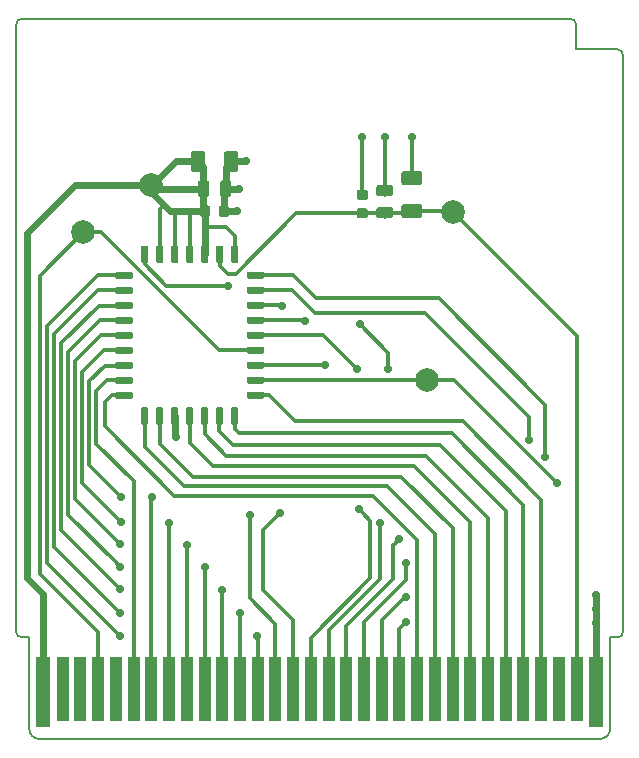
<source format=gbr>
G04 #@! TF.GenerationSoftware,KiCad,Pcbnew,5.1.2-f72e74a~84~ubuntu19.04.1*
G04 #@! TF.CreationDate,2019-06-20T20:45:38+03:00*
G04 #@! TF.ProjectId,GB-CART32K-A,47422d43-4152-4543-9332-4b2d412e6b69,v1.0*
G04 #@! TF.SameCoordinates,Original*
G04 #@! TF.FileFunction,Copper,L1,Top*
G04 #@! TF.FilePolarity,Positive*
%FSLAX46Y46*%
G04 Gerber Fmt 4.6, Leading zero omitted, Abs format (unit mm)*
G04 Created by KiCad (PCBNEW 5.1.2-f72e74a~84~ubuntu19.04.1) date 2019-06-20 20:45:38*
%MOMM*%
%LPD*%
G04 APERTURE LIST*
%ADD10C,0.150000*%
%ADD11C,2.000000*%
%ADD12C,0.100000*%
%ADD13C,0.600000*%
%ADD14C,1.250000*%
%ADD15C,0.975000*%
%ADD16C,0.875000*%
%ADD17R,1.000000X5.500000*%
%ADD18R,1.300000X6.000000*%
%ADD19C,0.700000*%
%ADD20C,0.600000*%
%ADD21C,0.300000*%
G04 APERTURE END LIST*
D10*
X74800000Y-91400000D02*
G75*
G02X74300000Y-90900000I0J500000D01*
G01*
X74300000Y-39500000D02*
G75*
G02X74800000Y-39000000I500000J0D01*
G01*
X121200000Y-39000000D02*
G75*
G02X121700000Y-39500000I0J-500000D01*
G01*
X125200000Y-41600000D02*
G75*
G02X125700000Y-42100000I0J-500000D01*
G01*
X125700000Y-90900000D02*
G75*
G02X125200000Y-91400000I-500000J0D01*
G01*
X76300000Y-100000000D02*
G75*
G02X75400000Y-99100000I0J900000D01*
G01*
X124600000Y-99100000D02*
G75*
G02X123700000Y-100000000I-900000J0D01*
G01*
X121700000Y-39500000D02*
X121700000Y-41600000D01*
X74800000Y-39000000D02*
X121200000Y-39000000D01*
X125200000Y-41600000D02*
X121700000Y-41600000D01*
X74300000Y-90900000D02*
X74300000Y-39500000D01*
X75400000Y-91400000D02*
X74800000Y-91400000D01*
X75400000Y-99100000D02*
X75400000Y-91400000D01*
X125700000Y-90900000D02*
X125700000Y-42100000D01*
X124600000Y-91400000D02*
X125200000Y-91400000D01*
X124600000Y-99100000D02*
X124600000Y-91400000D01*
X76300000Y-100000000D02*
X123700000Y-100000000D01*
D11*
X111300000Y-55400000D03*
X109100000Y-69600000D03*
X80000000Y-57100000D03*
X85700000Y-53100000D03*
D12*
G36*
X90434703Y-58225722D02*
G01*
X90449264Y-58227882D01*
X90463543Y-58231459D01*
X90477403Y-58236418D01*
X90490710Y-58242712D01*
X90503336Y-58250280D01*
X90515159Y-58259048D01*
X90526066Y-58268934D01*
X90535952Y-58279841D01*
X90544720Y-58291664D01*
X90552288Y-58304290D01*
X90558582Y-58317597D01*
X90563541Y-58331457D01*
X90567118Y-58345736D01*
X90569278Y-58360297D01*
X90570000Y-58375000D01*
X90570000Y-59550000D01*
X90569278Y-59564703D01*
X90567118Y-59579264D01*
X90563541Y-59593543D01*
X90558582Y-59607403D01*
X90552288Y-59620710D01*
X90544720Y-59633336D01*
X90535952Y-59645159D01*
X90526066Y-59656066D01*
X90515159Y-59665952D01*
X90503336Y-59674720D01*
X90490710Y-59682288D01*
X90477403Y-59688582D01*
X90463543Y-59693541D01*
X90449264Y-59697118D01*
X90434703Y-59699278D01*
X90420000Y-59700000D01*
X90120000Y-59700000D01*
X90105297Y-59699278D01*
X90090736Y-59697118D01*
X90076457Y-59693541D01*
X90062597Y-59688582D01*
X90049290Y-59682288D01*
X90036664Y-59674720D01*
X90024841Y-59665952D01*
X90013934Y-59656066D01*
X90004048Y-59645159D01*
X89995280Y-59633336D01*
X89987712Y-59620710D01*
X89981418Y-59607403D01*
X89976459Y-59593543D01*
X89972882Y-59579264D01*
X89970722Y-59564703D01*
X89970000Y-59550000D01*
X89970000Y-58375000D01*
X89970722Y-58360297D01*
X89972882Y-58345736D01*
X89976459Y-58331457D01*
X89981418Y-58317597D01*
X89987712Y-58304290D01*
X89995280Y-58291664D01*
X90004048Y-58279841D01*
X90013934Y-58268934D01*
X90024841Y-58259048D01*
X90036664Y-58250280D01*
X90049290Y-58242712D01*
X90062597Y-58236418D01*
X90076457Y-58231459D01*
X90090736Y-58227882D01*
X90105297Y-58225722D01*
X90120000Y-58225000D01*
X90420000Y-58225000D01*
X90434703Y-58225722D01*
X90434703Y-58225722D01*
G37*
D13*
X90270000Y-58962500D03*
D12*
G36*
X91704703Y-58225722D02*
G01*
X91719264Y-58227882D01*
X91733543Y-58231459D01*
X91747403Y-58236418D01*
X91760710Y-58242712D01*
X91773336Y-58250280D01*
X91785159Y-58259048D01*
X91796066Y-58268934D01*
X91805952Y-58279841D01*
X91814720Y-58291664D01*
X91822288Y-58304290D01*
X91828582Y-58317597D01*
X91833541Y-58331457D01*
X91837118Y-58345736D01*
X91839278Y-58360297D01*
X91840000Y-58375000D01*
X91840000Y-59550000D01*
X91839278Y-59564703D01*
X91837118Y-59579264D01*
X91833541Y-59593543D01*
X91828582Y-59607403D01*
X91822288Y-59620710D01*
X91814720Y-59633336D01*
X91805952Y-59645159D01*
X91796066Y-59656066D01*
X91785159Y-59665952D01*
X91773336Y-59674720D01*
X91760710Y-59682288D01*
X91747403Y-59688582D01*
X91733543Y-59693541D01*
X91719264Y-59697118D01*
X91704703Y-59699278D01*
X91690000Y-59700000D01*
X91390000Y-59700000D01*
X91375297Y-59699278D01*
X91360736Y-59697118D01*
X91346457Y-59693541D01*
X91332597Y-59688582D01*
X91319290Y-59682288D01*
X91306664Y-59674720D01*
X91294841Y-59665952D01*
X91283934Y-59656066D01*
X91274048Y-59645159D01*
X91265280Y-59633336D01*
X91257712Y-59620710D01*
X91251418Y-59607403D01*
X91246459Y-59593543D01*
X91242882Y-59579264D01*
X91240722Y-59564703D01*
X91240000Y-59550000D01*
X91240000Y-58375000D01*
X91240722Y-58360297D01*
X91242882Y-58345736D01*
X91246459Y-58331457D01*
X91251418Y-58317597D01*
X91257712Y-58304290D01*
X91265280Y-58291664D01*
X91274048Y-58279841D01*
X91283934Y-58268934D01*
X91294841Y-58259048D01*
X91306664Y-58250280D01*
X91319290Y-58242712D01*
X91332597Y-58236418D01*
X91346457Y-58231459D01*
X91360736Y-58227882D01*
X91375297Y-58225722D01*
X91390000Y-58225000D01*
X91690000Y-58225000D01*
X91704703Y-58225722D01*
X91704703Y-58225722D01*
G37*
D13*
X91540000Y-58962500D03*
D12*
G36*
X92974703Y-58225722D02*
G01*
X92989264Y-58227882D01*
X93003543Y-58231459D01*
X93017403Y-58236418D01*
X93030710Y-58242712D01*
X93043336Y-58250280D01*
X93055159Y-58259048D01*
X93066066Y-58268934D01*
X93075952Y-58279841D01*
X93084720Y-58291664D01*
X93092288Y-58304290D01*
X93098582Y-58317597D01*
X93103541Y-58331457D01*
X93107118Y-58345736D01*
X93109278Y-58360297D01*
X93110000Y-58375000D01*
X93110000Y-59550000D01*
X93109278Y-59564703D01*
X93107118Y-59579264D01*
X93103541Y-59593543D01*
X93098582Y-59607403D01*
X93092288Y-59620710D01*
X93084720Y-59633336D01*
X93075952Y-59645159D01*
X93066066Y-59656066D01*
X93055159Y-59665952D01*
X93043336Y-59674720D01*
X93030710Y-59682288D01*
X93017403Y-59688582D01*
X93003543Y-59693541D01*
X92989264Y-59697118D01*
X92974703Y-59699278D01*
X92960000Y-59700000D01*
X92660000Y-59700000D01*
X92645297Y-59699278D01*
X92630736Y-59697118D01*
X92616457Y-59693541D01*
X92602597Y-59688582D01*
X92589290Y-59682288D01*
X92576664Y-59674720D01*
X92564841Y-59665952D01*
X92553934Y-59656066D01*
X92544048Y-59645159D01*
X92535280Y-59633336D01*
X92527712Y-59620710D01*
X92521418Y-59607403D01*
X92516459Y-59593543D01*
X92512882Y-59579264D01*
X92510722Y-59564703D01*
X92510000Y-59550000D01*
X92510000Y-58375000D01*
X92510722Y-58360297D01*
X92512882Y-58345736D01*
X92516459Y-58331457D01*
X92521418Y-58317597D01*
X92527712Y-58304290D01*
X92535280Y-58291664D01*
X92544048Y-58279841D01*
X92553934Y-58268934D01*
X92564841Y-58259048D01*
X92576664Y-58250280D01*
X92589290Y-58242712D01*
X92602597Y-58236418D01*
X92616457Y-58231459D01*
X92630736Y-58227882D01*
X92645297Y-58225722D01*
X92660000Y-58225000D01*
X92960000Y-58225000D01*
X92974703Y-58225722D01*
X92974703Y-58225722D01*
G37*
D13*
X92810000Y-58962500D03*
D12*
G36*
X95164703Y-60420722D02*
G01*
X95179264Y-60422882D01*
X95193543Y-60426459D01*
X95207403Y-60431418D01*
X95220710Y-60437712D01*
X95233336Y-60445280D01*
X95245159Y-60454048D01*
X95256066Y-60463934D01*
X95265952Y-60474841D01*
X95274720Y-60486664D01*
X95282288Y-60499290D01*
X95288582Y-60512597D01*
X95293541Y-60526457D01*
X95297118Y-60540736D01*
X95299278Y-60555297D01*
X95300000Y-60570000D01*
X95300000Y-60870000D01*
X95299278Y-60884703D01*
X95297118Y-60899264D01*
X95293541Y-60913543D01*
X95288582Y-60927403D01*
X95282288Y-60940710D01*
X95274720Y-60953336D01*
X95265952Y-60965159D01*
X95256066Y-60976066D01*
X95245159Y-60985952D01*
X95233336Y-60994720D01*
X95220710Y-61002288D01*
X95207403Y-61008582D01*
X95193543Y-61013541D01*
X95179264Y-61017118D01*
X95164703Y-61019278D01*
X95150000Y-61020000D01*
X93975000Y-61020000D01*
X93960297Y-61019278D01*
X93945736Y-61017118D01*
X93931457Y-61013541D01*
X93917597Y-61008582D01*
X93904290Y-61002288D01*
X93891664Y-60994720D01*
X93879841Y-60985952D01*
X93868934Y-60976066D01*
X93859048Y-60965159D01*
X93850280Y-60953336D01*
X93842712Y-60940710D01*
X93836418Y-60927403D01*
X93831459Y-60913543D01*
X93827882Y-60899264D01*
X93825722Y-60884703D01*
X93825000Y-60870000D01*
X93825000Y-60570000D01*
X93825722Y-60555297D01*
X93827882Y-60540736D01*
X93831459Y-60526457D01*
X93836418Y-60512597D01*
X93842712Y-60499290D01*
X93850280Y-60486664D01*
X93859048Y-60474841D01*
X93868934Y-60463934D01*
X93879841Y-60454048D01*
X93891664Y-60445280D01*
X93904290Y-60437712D01*
X93917597Y-60431418D01*
X93931457Y-60426459D01*
X93945736Y-60422882D01*
X93960297Y-60420722D01*
X93975000Y-60420000D01*
X95150000Y-60420000D01*
X95164703Y-60420722D01*
X95164703Y-60420722D01*
G37*
D13*
X94562500Y-60720000D03*
D12*
G36*
X95164703Y-61690722D02*
G01*
X95179264Y-61692882D01*
X95193543Y-61696459D01*
X95207403Y-61701418D01*
X95220710Y-61707712D01*
X95233336Y-61715280D01*
X95245159Y-61724048D01*
X95256066Y-61733934D01*
X95265952Y-61744841D01*
X95274720Y-61756664D01*
X95282288Y-61769290D01*
X95288582Y-61782597D01*
X95293541Y-61796457D01*
X95297118Y-61810736D01*
X95299278Y-61825297D01*
X95300000Y-61840000D01*
X95300000Y-62140000D01*
X95299278Y-62154703D01*
X95297118Y-62169264D01*
X95293541Y-62183543D01*
X95288582Y-62197403D01*
X95282288Y-62210710D01*
X95274720Y-62223336D01*
X95265952Y-62235159D01*
X95256066Y-62246066D01*
X95245159Y-62255952D01*
X95233336Y-62264720D01*
X95220710Y-62272288D01*
X95207403Y-62278582D01*
X95193543Y-62283541D01*
X95179264Y-62287118D01*
X95164703Y-62289278D01*
X95150000Y-62290000D01*
X93975000Y-62290000D01*
X93960297Y-62289278D01*
X93945736Y-62287118D01*
X93931457Y-62283541D01*
X93917597Y-62278582D01*
X93904290Y-62272288D01*
X93891664Y-62264720D01*
X93879841Y-62255952D01*
X93868934Y-62246066D01*
X93859048Y-62235159D01*
X93850280Y-62223336D01*
X93842712Y-62210710D01*
X93836418Y-62197403D01*
X93831459Y-62183543D01*
X93827882Y-62169264D01*
X93825722Y-62154703D01*
X93825000Y-62140000D01*
X93825000Y-61840000D01*
X93825722Y-61825297D01*
X93827882Y-61810736D01*
X93831459Y-61796457D01*
X93836418Y-61782597D01*
X93842712Y-61769290D01*
X93850280Y-61756664D01*
X93859048Y-61744841D01*
X93868934Y-61733934D01*
X93879841Y-61724048D01*
X93891664Y-61715280D01*
X93904290Y-61707712D01*
X93917597Y-61701418D01*
X93931457Y-61696459D01*
X93945736Y-61692882D01*
X93960297Y-61690722D01*
X93975000Y-61690000D01*
X95150000Y-61690000D01*
X95164703Y-61690722D01*
X95164703Y-61690722D01*
G37*
D13*
X94562500Y-61990000D03*
D12*
G36*
X95164703Y-62960722D02*
G01*
X95179264Y-62962882D01*
X95193543Y-62966459D01*
X95207403Y-62971418D01*
X95220710Y-62977712D01*
X95233336Y-62985280D01*
X95245159Y-62994048D01*
X95256066Y-63003934D01*
X95265952Y-63014841D01*
X95274720Y-63026664D01*
X95282288Y-63039290D01*
X95288582Y-63052597D01*
X95293541Y-63066457D01*
X95297118Y-63080736D01*
X95299278Y-63095297D01*
X95300000Y-63110000D01*
X95300000Y-63410000D01*
X95299278Y-63424703D01*
X95297118Y-63439264D01*
X95293541Y-63453543D01*
X95288582Y-63467403D01*
X95282288Y-63480710D01*
X95274720Y-63493336D01*
X95265952Y-63505159D01*
X95256066Y-63516066D01*
X95245159Y-63525952D01*
X95233336Y-63534720D01*
X95220710Y-63542288D01*
X95207403Y-63548582D01*
X95193543Y-63553541D01*
X95179264Y-63557118D01*
X95164703Y-63559278D01*
X95150000Y-63560000D01*
X93975000Y-63560000D01*
X93960297Y-63559278D01*
X93945736Y-63557118D01*
X93931457Y-63553541D01*
X93917597Y-63548582D01*
X93904290Y-63542288D01*
X93891664Y-63534720D01*
X93879841Y-63525952D01*
X93868934Y-63516066D01*
X93859048Y-63505159D01*
X93850280Y-63493336D01*
X93842712Y-63480710D01*
X93836418Y-63467403D01*
X93831459Y-63453543D01*
X93827882Y-63439264D01*
X93825722Y-63424703D01*
X93825000Y-63410000D01*
X93825000Y-63110000D01*
X93825722Y-63095297D01*
X93827882Y-63080736D01*
X93831459Y-63066457D01*
X93836418Y-63052597D01*
X93842712Y-63039290D01*
X93850280Y-63026664D01*
X93859048Y-63014841D01*
X93868934Y-63003934D01*
X93879841Y-62994048D01*
X93891664Y-62985280D01*
X93904290Y-62977712D01*
X93917597Y-62971418D01*
X93931457Y-62966459D01*
X93945736Y-62962882D01*
X93960297Y-62960722D01*
X93975000Y-62960000D01*
X95150000Y-62960000D01*
X95164703Y-62960722D01*
X95164703Y-62960722D01*
G37*
D13*
X94562500Y-63260000D03*
D12*
G36*
X95164703Y-64230722D02*
G01*
X95179264Y-64232882D01*
X95193543Y-64236459D01*
X95207403Y-64241418D01*
X95220710Y-64247712D01*
X95233336Y-64255280D01*
X95245159Y-64264048D01*
X95256066Y-64273934D01*
X95265952Y-64284841D01*
X95274720Y-64296664D01*
X95282288Y-64309290D01*
X95288582Y-64322597D01*
X95293541Y-64336457D01*
X95297118Y-64350736D01*
X95299278Y-64365297D01*
X95300000Y-64380000D01*
X95300000Y-64680000D01*
X95299278Y-64694703D01*
X95297118Y-64709264D01*
X95293541Y-64723543D01*
X95288582Y-64737403D01*
X95282288Y-64750710D01*
X95274720Y-64763336D01*
X95265952Y-64775159D01*
X95256066Y-64786066D01*
X95245159Y-64795952D01*
X95233336Y-64804720D01*
X95220710Y-64812288D01*
X95207403Y-64818582D01*
X95193543Y-64823541D01*
X95179264Y-64827118D01*
X95164703Y-64829278D01*
X95150000Y-64830000D01*
X93975000Y-64830000D01*
X93960297Y-64829278D01*
X93945736Y-64827118D01*
X93931457Y-64823541D01*
X93917597Y-64818582D01*
X93904290Y-64812288D01*
X93891664Y-64804720D01*
X93879841Y-64795952D01*
X93868934Y-64786066D01*
X93859048Y-64775159D01*
X93850280Y-64763336D01*
X93842712Y-64750710D01*
X93836418Y-64737403D01*
X93831459Y-64723543D01*
X93827882Y-64709264D01*
X93825722Y-64694703D01*
X93825000Y-64680000D01*
X93825000Y-64380000D01*
X93825722Y-64365297D01*
X93827882Y-64350736D01*
X93831459Y-64336457D01*
X93836418Y-64322597D01*
X93842712Y-64309290D01*
X93850280Y-64296664D01*
X93859048Y-64284841D01*
X93868934Y-64273934D01*
X93879841Y-64264048D01*
X93891664Y-64255280D01*
X93904290Y-64247712D01*
X93917597Y-64241418D01*
X93931457Y-64236459D01*
X93945736Y-64232882D01*
X93960297Y-64230722D01*
X93975000Y-64230000D01*
X95150000Y-64230000D01*
X95164703Y-64230722D01*
X95164703Y-64230722D01*
G37*
D13*
X94562500Y-64530000D03*
D12*
G36*
X95164703Y-65500722D02*
G01*
X95179264Y-65502882D01*
X95193543Y-65506459D01*
X95207403Y-65511418D01*
X95220710Y-65517712D01*
X95233336Y-65525280D01*
X95245159Y-65534048D01*
X95256066Y-65543934D01*
X95265952Y-65554841D01*
X95274720Y-65566664D01*
X95282288Y-65579290D01*
X95288582Y-65592597D01*
X95293541Y-65606457D01*
X95297118Y-65620736D01*
X95299278Y-65635297D01*
X95300000Y-65650000D01*
X95300000Y-65950000D01*
X95299278Y-65964703D01*
X95297118Y-65979264D01*
X95293541Y-65993543D01*
X95288582Y-66007403D01*
X95282288Y-66020710D01*
X95274720Y-66033336D01*
X95265952Y-66045159D01*
X95256066Y-66056066D01*
X95245159Y-66065952D01*
X95233336Y-66074720D01*
X95220710Y-66082288D01*
X95207403Y-66088582D01*
X95193543Y-66093541D01*
X95179264Y-66097118D01*
X95164703Y-66099278D01*
X95150000Y-66100000D01*
X93975000Y-66100000D01*
X93960297Y-66099278D01*
X93945736Y-66097118D01*
X93931457Y-66093541D01*
X93917597Y-66088582D01*
X93904290Y-66082288D01*
X93891664Y-66074720D01*
X93879841Y-66065952D01*
X93868934Y-66056066D01*
X93859048Y-66045159D01*
X93850280Y-66033336D01*
X93842712Y-66020710D01*
X93836418Y-66007403D01*
X93831459Y-65993543D01*
X93827882Y-65979264D01*
X93825722Y-65964703D01*
X93825000Y-65950000D01*
X93825000Y-65650000D01*
X93825722Y-65635297D01*
X93827882Y-65620736D01*
X93831459Y-65606457D01*
X93836418Y-65592597D01*
X93842712Y-65579290D01*
X93850280Y-65566664D01*
X93859048Y-65554841D01*
X93868934Y-65543934D01*
X93879841Y-65534048D01*
X93891664Y-65525280D01*
X93904290Y-65517712D01*
X93917597Y-65511418D01*
X93931457Y-65506459D01*
X93945736Y-65502882D01*
X93960297Y-65500722D01*
X93975000Y-65500000D01*
X95150000Y-65500000D01*
X95164703Y-65500722D01*
X95164703Y-65500722D01*
G37*
D13*
X94562500Y-65800000D03*
D12*
G36*
X95164703Y-66770722D02*
G01*
X95179264Y-66772882D01*
X95193543Y-66776459D01*
X95207403Y-66781418D01*
X95220710Y-66787712D01*
X95233336Y-66795280D01*
X95245159Y-66804048D01*
X95256066Y-66813934D01*
X95265952Y-66824841D01*
X95274720Y-66836664D01*
X95282288Y-66849290D01*
X95288582Y-66862597D01*
X95293541Y-66876457D01*
X95297118Y-66890736D01*
X95299278Y-66905297D01*
X95300000Y-66920000D01*
X95300000Y-67220000D01*
X95299278Y-67234703D01*
X95297118Y-67249264D01*
X95293541Y-67263543D01*
X95288582Y-67277403D01*
X95282288Y-67290710D01*
X95274720Y-67303336D01*
X95265952Y-67315159D01*
X95256066Y-67326066D01*
X95245159Y-67335952D01*
X95233336Y-67344720D01*
X95220710Y-67352288D01*
X95207403Y-67358582D01*
X95193543Y-67363541D01*
X95179264Y-67367118D01*
X95164703Y-67369278D01*
X95150000Y-67370000D01*
X93975000Y-67370000D01*
X93960297Y-67369278D01*
X93945736Y-67367118D01*
X93931457Y-67363541D01*
X93917597Y-67358582D01*
X93904290Y-67352288D01*
X93891664Y-67344720D01*
X93879841Y-67335952D01*
X93868934Y-67326066D01*
X93859048Y-67315159D01*
X93850280Y-67303336D01*
X93842712Y-67290710D01*
X93836418Y-67277403D01*
X93831459Y-67263543D01*
X93827882Y-67249264D01*
X93825722Y-67234703D01*
X93825000Y-67220000D01*
X93825000Y-66920000D01*
X93825722Y-66905297D01*
X93827882Y-66890736D01*
X93831459Y-66876457D01*
X93836418Y-66862597D01*
X93842712Y-66849290D01*
X93850280Y-66836664D01*
X93859048Y-66824841D01*
X93868934Y-66813934D01*
X93879841Y-66804048D01*
X93891664Y-66795280D01*
X93904290Y-66787712D01*
X93917597Y-66781418D01*
X93931457Y-66776459D01*
X93945736Y-66772882D01*
X93960297Y-66770722D01*
X93975000Y-66770000D01*
X95150000Y-66770000D01*
X95164703Y-66770722D01*
X95164703Y-66770722D01*
G37*
D13*
X94562500Y-67070000D03*
D12*
G36*
X95164703Y-68040722D02*
G01*
X95179264Y-68042882D01*
X95193543Y-68046459D01*
X95207403Y-68051418D01*
X95220710Y-68057712D01*
X95233336Y-68065280D01*
X95245159Y-68074048D01*
X95256066Y-68083934D01*
X95265952Y-68094841D01*
X95274720Y-68106664D01*
X95282288Y-68119290D01*
X95288582Y-68132597D01*
X95293541Y-68146457D01*
X95297118Y-68160736D01*
X95299278Y-68175297D01*
X95300000Y-68190000D01*
X95300000Y-68490000D01*
X95299278Y-68504703D01*
X95297118Y-68519264D01*
X95293541Y-68533543D01*
X95288582Y-68547403D01*
X95282288Y-68560710D01*
X95274720Y-68573336D01*
X95265952Y-68585159D01*
X95256066Y-68596066D01*
X95245159Y-68605952D01*
X95233336Y-68614720D01*
X95220710Y-68622288D01*
X95207403Y-68628582D01*
X95193543Y-68633541D01*
X95179264Y-68637118D01*
X95164703Y-68639278D01*
X95150000Y-68640000D01*
X93975000Y-68640000D01*
X93960297Y-68639278D01*
X93945736Y-68637118D01*
X93931457Y-68633541D01*
X93917597Y-68628582D01*
X93904290Y-68622288D01*
X93891664Y-68614720D01*
X93879841Y-68605952D01*
X93868934Y-68596066D01*
X93859048Y-68585159D01*
X93850280Y-68573336D01*
X93842712Y-68560710D01*
X93836418Y-68547403D01*
X93831459Y-68533543D01*
X93827882Y-68519264D01*
X93825722Y-68504703D01*
X93825000Y-68490000D01*
X93825000Y-68190000D01*
X93825722Y-68175297D01*
X93827882Y-68160736D01*
X93831459Y-68146457D01*
X93836418Y-68132597D01*
X93842712Y-68119290D01*
X93850280Y-68106664D01*
X93859048Y-68094841D01*
X93868934Y-68083934D01*
X93879841Y-68074048D01*
X93891664Y-68065280D01*
X93904290Y-68057712D01*
X93917597Y-68051418D01*
X93931457Y-68046459D01*
X93945736Y-68042882D01*
X93960297Y-68040722D01*
X93975000Y-68040000D01*
X95150000Y-68040000D01*
X95164703Y-68040722D01*
X95164703Y-68040722D01*
G37*
D13*
X94562500Y-68340000D03*
D12*
G36*
X95164703Y-69310722D02*
G01*
X95179264Y-69312882D01*
X95193543Y-69316459D01*
X95207403Y-69321418D01*
X95220710Y-69327712D01*
X95233336Y-69335280D01*
X95245159Y-69344048D01*
X95256066Y-69353934D01*
X95265952Y-69364841D01*
X95274720Y-69376664D01*
X95282288Y-69389290D01*
X95288582Y-69402597D01*
X95293541Y-69416457D01*
X95297118Y-69430736D01*
X95299278Y-69445297D01*
X95300000Y-69460000D01*
X95300000Y-69760000D01*
X95299278Y-69774703D01*
X95297118Y-69789264D01*
X95293541Y-69803543D01*
X95288582Y-69817403D01*
X95282288Y-69830710D01*
X95274720Y-69843336D01*
X95265952Y-69855159D01*
X95256066Y-69866066D01*
X95245159Y-69875952D01*
X95233336Y-69884720D01*
X95220710Y-69892288D01*
X95207403Y-69898582D01*
X95193543Y-69903541D01*
X95179264Y-69907118D01*
X95164703Y-69909278D01*
X95150000Y-69910000D01*
X93975000Y-69910000D01*
X93960297Y-69909278D01*
X93945736Y-69907118D01*
X93931457Y-69903541D01*
X93917597Y-69898582D01*
X93904290Y-69892288D01*
X93891664Y-69884720D01*
X93879841Y-69875952D01*
X93868934Y-69866066D01*
X93859048Y-69855159D01*
X93850280Y-69843336D01*
X93842712Y-69830710D01*
X93836418Y-69817403D01*
X93831459Y-69803543D01*
X93827882Y-69789264D01*
X93825722Y-69774703D01*
X93825000Y-69760000D01*
X93825000Y-69460000D01*
X93825722Y-69445297D01*
X93827882Y-69430736D01*
X93831459Y-69416457D01*
X93836418Y-69402597D01*
X93842712Y-69389290D01*
X93850280Y-69376664D01*
X93859048Y-69364841D01*
X93868934Y-69353934D01*
X93879841Y-69344048D01*
X93891664Y-69335280D01*
X93904290Y-69327712D01*
X93917597Y-69321418D01*
X93931457Y-69316459D01*
X93945736Y-69312882D01*
X93960297Y-69310722D01*
X93975000Y-69310000D01*
X95150000Y-69310000D01*
X95164703Y-69310722D01*
X95164703Y-69310722D01*
G37*
D13*
X94562500Y-69610000D03*
D12*
G36*
X95164703Y-70580722D02*
G01*
X95179264Y-70582882D01*
X95193543Y-70586459D01*
X95207403Y-70591418D01*
X95220710Y-70597712D01*
X95233336Y-70605280D01*
X95245159Y-70614048D01*
X95256066Y-70623934D01*
X95265952Y-70634841D01*
X95274720Y-70646664D01*
X95282288Y-70659290D01*
X95288582Y-70672597D01*
X95293541Y-70686457D01*
X95297118Y-70700736D01*
X95299278Y-70715297D01*
X95300000Y-70730000D01*
X95300000Y-71030000D01*
X95299278Y-71044703D01*
X95297118Y-71059264D01*
X95293541Y-71073543D01*
X95288582Y-71087403D01*
X95282288Y-71100710D01*
X95274720Y-71113336D01*
X95265952Y-71125159D01*
X95256066Y-71136066D01*
X95245159Y-71145952D01*
X95233336Y-71154720D01*
X95220710Y-71162288D01*
X95207403Y-71168582D01*
X95193543Y-71173541D01*
X95179264Y-71177118D01*
X95164703Y-71179278D01*
X95150000Y-71180000D01*
X93975000Y-71180000D01*
X93960297Y-71179278D01*
X93945736Y-71177118D01*
X93931457Y-71173541D01*
X93917597Y-71168582D01*
X93904290Y-71162288D01*
X93891664Y-71154720D01*
X93879841Y-71145952D01*
X93868934Y-71136066D01*
X93859048Y-71125159D01*
X93850280Y-71113336D01*
X93842712Y-71100710D01*
X93836418Y-71087403D01*
X93831459Y-71073543D01*
X93827882Y-71059264D01*
X93825722Y-71044703D01*
X93825000Y-71030000D01*
X93825000Y-70730000D01*
X93825722Y-70715297D01*
X93827882Y-70700736D01*
X93831459Y-70686457D01*
X93836418Y-70672597D01*
X93842712Y-70659290D01*
X93850280Y-70646664D01*
X93859048Y-70634841D01*
X93868934Y-70623934D01*
X93879841Y-70614048D01*
X93891664Y-70605280D01*
X93904290Y-70597712D01*
X93917597Y-70591418D01*
X93931457Y-70586459D01*
X93945736Y-70582882D01*
X93960297Y-70580722D01*
X93975000Y-70580000D01*
X95150000Y-70580000D01*
X95164703Y-70580722D01*
X95164703Y-70580722D01*
G37*
D13*
X94562500Y-70880000D03*
D12*
G36*
X92974703Y-71900722D02*
G01*
X92989264Y-71902882D01*
X93003543Y-71906459D01*
X93017403Y-71911418D01*
X93030710Y-71917712D01*
X93043336Y-71925280D01*
X93055159Y-71934048D01*
X93066066Y-71943934D01*
X93075952Y-71954841D01*
X93084720Y-71966664D01*
X93092288Y-71979290D01*
X93098582Y-71992597D01*
X93103541Y-72006457D01*
X93107118Y-72020736D01*
X93109278Y-72035297D01*
X93110000Y-72050000D01*
X93110000Y-73225000D01*
X93109278Y-73239703D01*
X93107118Y-73254264D01*
X93103541Y-73268543D01*
X93098582Y-73282403D01*
X93092288Y-73295710D01*
X93084720Y-73308336D01*
X93075952Y-73320159D01*
X93066066Y-73331066D01*
X93055159Y-73340952D01*
X93043336Y-73349720D01*
X93030710Y-73357288D01*
X93017403Y-73363582D01*
X93003543Y-73368541D01*
X92989264Y-73372118D01*
X92974703Y-73374278D01*
X92960000Y-73375000D01*
X92660000Y-73375000D01*
X92645297Y-73374278D01*
X92630736Y-73372118D01*
X92616457Y-73368541D01*
X92602597Y-73363582D01*
X92589290Y-73357288D01*
X92576664Y-73349720D01*
X92564841Y-73340952D01*
X92553934Y-73331066D01*
X92544048Y-73320159D01*
X92535280Y-73308336D01*
X92527712Y-73295710D01*
X92521418Y-73282403D01*
X92516459Y-73268543D01*
X92512882Y-73254264D01*
X92510722Y-73239703D01*
X92510000Y-73225000D01*
X92510000Y-72050000D01*
X92510722Y-72035297D01*
X92512882Y-72020736D01*
X92516459Y-72006457D01*
X92521418Y-71992597D01*
X92527712Y-71979290D01*
X92535280Y-71966664D01*
X92544048Y-71954841D01*
X92553934Y-71943934D01*
X92564841Y-71934048D01*
X92576664Y-71925280D01*
X92589290Y-71917712D01*
X92602597Y-71911418D01*
X92616457Y-71906459D01*
X92630736Y-71902882D01*
X92645297Y-71900722D01*
X92660000Y-71900000D01*
X92960000Y-71900000D01*
X92974703Y-71900722D01*
X92974703Y-71900722D01*
G37*
D13*
X92810000Y-72637500D03*
D12*
G36*
X91704703Y-71900722D02*
G01*
X91719264Y-71902882D01*
X91733543Y-71906459D01*
X91747403Y-71911418D01*
X91760710Y-71917712D01*
X91773336Y-71925280D01*
X91785159Y-71934048D01*
X91796066Y-71943934D01*
X91805952Y-71954841D01*
X91814720Y-71966664D01*
X91822288Y-71979290D01*
X91828582Y-71992597D01*
X91833541Y-72006457D01*
X91837118Y-72020736D01*
X91839278Y-72035297D01*
X91840000Y-72050000D01*
X91840000Y-73225000D01*
X91839278Y-73239703D01*
X91837118Y-73254264D01*
X91833541Y-73268543D01*
X91828582Y-73282403D01*
X91822288Y-73295710D01*
X91814720Y-73308336D01*
X91805952Y-73320159D01*
X91796066Y-73331066D01*
X91785159Y-73340952D01*
X91773336Y-73349720D01*
X91760710Y-73357288D01*
X91747403Y-73363582D01*
X91733543Y-73368541D01*
X91719264Y-73372118D01*
X91704703Y-73374278D01*
X91690000Y-73375000D01*
X91390000Y-73375000D01*
X91375297Y-73374278D01*
X91360736Y-73372118D01*
X91346457Y-73368541D01*
X91332597Y-73363582D01*
X91319290Y-73357288D01*
X91306664Y-73349720D01*
X91294841Y-73340952D01*
X91283934Y-73331066D01*
X91274048Y-73320159D01*
X91265280Y-73308336D01*
X91257712Y-73295710D01*
X91251418Y-73282403D01*
X91246459Y-73268543D01*
X91242882Y-73254264D01*
X91240722Y-73239703D01*
X91240000Y-73225000D01*
X91240000Y-72050000D01*
X91240722Y-72035297D01*
X91242882Y-72020736D01*
X91246459Y-72006457D01*
X91251418Y-71992597D01*
X91257712Y-71979290D01*
X91265280Y-71966664D01*
X91274048Y-71954841D01*
X91283934Y-71943934D01*
X91294841Y-71934048D01*
X91306664Y-71925280D01*
X91319290Y-71917712D01*
X91332597Y-71911418D01*
X91346457Y-71906459D01*
X91360736Y-71902882D01*
X91375297Y-71900722D01*
X91390000Y-71900000D01*
X91690000Y-71900000D01*
X91704703Y-71900722D01*
X91704703Y-71900722D01*
G37*
D13*
X91540000Y-72637500D03*
D12*
G36*
X90434703Y-71900722D02*
G01*
X90449264Y-71902882D01*
X90463543Y-71906459D01*
X90477403Y-71911418D01*
X90490710Y-71917712D01*
X90503336Y-71925280D01*
X90515159Y-71934048D01*
X90526066Y-71943934D01*
X90535952Y-71954841D01*
X90544720Y-71966664D01*
X90552288Y-71979290D01*
X90558582Y-71992597D01*
X90563541Y-72006457D01*
X90567118Y-72020736D01*
X90569278Y-72035297D01*
X90570000Y-72050000D01*
X90570000Y-73225000D01*
X90569278Y-73239703D01*
X90567118Y-73254264D01*
X90563541Y-73268543D01*
X90558582Y-73282403D01*
X90552288Y-73295710D01*
X90544720Y-73308336D01*
X90535952Y-73320159D01*
X90526066Y-73331066D01*
X90515159Y-73340952D01*
X90503336Y-73349720D01*
X90490710Y-73357288D01*
X90477403Y-73363582D01*
X90463543Y-73368541D01*
X90449264Y-73372118D01*
X90434703Y-73374278D01*
X90420000Y-73375000D01*
X90120000Y-73375000D01*
X90105297Y-73374278D01*
X90090736Y-73372118D01*
X90076457Y-73368541D01*
X90062597Y-73363582D01*
X90049290Y-73357288D01*
X90036664Y-73349720D01*
X90024841Y-73340952D01*
X90013934Y-73331066D01*
X90004048Y-73320159D01*
X89995280Y-73308336D01*
X89987712Y-73295710D01*
X89981418Y-73282403D01*
X89976459Y-73268543D01*
X89972882Y-73254264D01*
X89970722Y-73239703D01*
X89970000Y-73225000D01*
X89970000Y-72050000D01*
X89970722Y-72035297D01*
X89972882Y-72020736D01*
X89976459Y-72006457D01*
X89981418Y-71992597D01*
X89987712Y-71979290D01*
X89995280Y-71966664D01*
X90004048Y-71954841D01*
X90013934Y-71943934D01*
X90024841Y-71934048D01*
X90036664Y-71925280D01*
X90049290Y-71917712D01*
X90062597Y-71911418D01*
X90076457Y-71906459D01*
X90090736Y-71902882D01*
X90105297Y-71900722D01*
X90120000Y-71900000D01*
X90420000Y-71900000D01*
X90434703Y-71900722D01*
X90434703Y-71900722D01*
G37*
D13*
X90270000Y-72637500D03*
D12*
G36*
X89164703Y-71900722D02*
G01*
X89179264Y-71902882D01*
X89193543Y-71906459D01*
X89207403Y-71911418D01*
X89220710Y-71917712D01*
X89233336Y-71925280D01*
X89245159Y-71934048D01*
X89256066Y-71943934D01*
X89265952Y-71954841D01*
X89274720Y-71966664D01*
X89282288Y-71979290D01*
X89288582Y-71992597D01*
X89293541Y-72006457D01*
X89297118Y-72020736D01*
X89299278Y-72035297D01*
X89300000Y-72050000D01*
X89300000Y-73225000D01*
X89299278Y-73239703D01*
X89297118Y-73254264D01*
X89293541Y-73268543D01*
X89288582Y-73282403D01*
X89282288Y-73295710D01*
X89274720Y-73308336D01*
X89265952Y-73320159D01*
X89256066Y-73331066D01*
X89245159Y-73340952D01*
X89233336Y-73349720D01*
X89220710Y-73357288D01*
X89207403Y-73363582D01*
X89193543Y-73368541D01*
X89179264Y-73372118D01*
X89164703Y-73374278D01*
X89150000Y-73375000D01*
X88850000Y-73375000D01*
X88835297Y-73374278D01*
X88820736Y-73372118D01*
X88806457Y-73368541D01*
X88792597Y-73363582D01*
X88779290Y-73357288D01*
X88766664Y-73349720D01*
X88754841Y-73340952D01*
X88743934Y-73331066D01*
X88734048Y-73320159D01*
X88725280Y-73308336D01*
X88717712Y-73295710D01*
X88711418Y-73282403D01*
X88706459Y-73268543D01*
X88702882Y-73254264D01*
X88700722Y-73239703D01*
X88700000Y-73225000D01*
X88700000Y-72050000D01*
X88700722Y-72035297D01*
X88702882Y-72020736D01*
X88706459Y-72006457D01*
X88711418Y-71992597D01*
X88717712Y-71979290D01*
X88725280Y-71966664D01*
X88734048Y-71954841D01*
X88743934Y-71943934D01*
X88754841Y-71934048D01*
X88766664Y-71925280D01*
X88779290Y-71917712D01*
X88792597Y-71911418D01*
X88806457Y-71906459D01*
X88820736Y-71902882D01*
X88835297Y-71900722D01*
X88850000Y-71900000D01*
X89150000Y-71900000D01*
X89164703Y-71900722D01*
X89164703Y-71900722D01*
G37*
D13*
X89000000Y-72637500D03*
D12*
G36*
X87894703Y-71900722D02*
G01*
X87909264Y-71902882D01*
X87923543Y-71906459D01*
X87937403Y-71911418D01*
X87950710Y-71917712D01*
X87963336Y-71925280D01*
X87975159Y-71934048D01*
X87986066Y-71943934D01*
X87995952Y-71954841D01*
X88004720Y-71966664D01*
X88012288Y-71979290D01*
X88018582Y-71992597D01*
X88023541Y-72006457D01*
X88027118Y-72020736D01*
X88029278Y-72035297D01*
X88030000Y-72050000D01*
X88030000Y-73225000D01*
X88029278Y-73239703D01*
X88027118Y-73254264D01*
X88023541Y-73268543D01*
X88018582Y-73282403D01*
X88012288Y-73295710D01*
X88004720Y-73308336D01*
X87995952Y-73320159D01*
X87986066Y-73331066D01*
X87975159Y-73340952D01*
X87963336Y-73349720D01*
X87950710Y-73357288D01*
X87937403Y-73363582D01*
X87923543Y-73368541D01*
X87909264Y-73372118D01*
X87894703Y-73374278D01*
X87880000Y-73375000D01*
X87580000Y-73375000D01*
X87565297Y-73374278D01*
X87550736Y-73372118D01*
X87536457Y-73368541D01*
X87522597Y-73363582D01*
X87509290Y-73357288D01*
X87496664Y-73349720D01*
X87484841Y-73340952D01*
X87473934Y-73331066D01*
X87464048Y-73320159D01*
X87455280Y-73308336D01*
X87447712Y-73295710D01*
X87441418Y-73282403D01*
X87436459Y-73268543D01*
X87432882Y-73254264D01*
X87430722Y-73239703D01*
X87430000Y-73225000D01*
X87430000Y-72050000D01*
X87430722Y-72035297D01*
X87432882Y-72020736D01*
X87436459Y-72006457D01*
X87441418Y-71992597D01*
X87447712Y-71979290D01*
X87455280Y-71966664D01*
X87464048Y-71954841D01*
X87473934Y-71943934D01*
X87484841Y-71934048D01*
X87496664Y-71925280D01*
X87509290Y-71917712D01*
X87522597Y-71911418D01*
X87536457Y-71906459D01*
X87550736Y-71902882D01*
X87565297Y-71900722D01*
X87580000Y-71900000D01*
X87880000Y-71900000D01*
X87894703Y-71900722D01*
X87894703Y-71900722D01*
G37*
D13*
X87730000Y-72637500D03*
D12*
G36*
X86624703Y-71900722D02*
G01*
X86639264Y-71902882D01*
X86653543Y-71906459D01*
X86667403Y-71911418D01*
X86680710Y-71917712D01*
X86693336Y-71925280D01*
X86705159Y-71934048D01*
X86716066Y-71943934D01*
X86725952Y-71954841D01*
X86734720Y-71966664D01*
X86742288Y-71979290D01*
X86748582Y-71992597D01*
X86753541Y-72006457D01*
X86757118Y-72020736D01*
X86759278Y-72035297D01*
X86760000Y-72050000D01*
X86760000Y-73225000D01*
X86759278Y-73239703D01*
X86757118Y-73254264D01*
X86753541Y-73268543D01*
X86748582Y-73282403D01*
X86742288Y-73295710D01*
X86734720Y-73308336D01*
X86725952Y-73320159D01*
X86716066Y-73331066D01*
X86705159Y-73340952D01*
X86693336Y-73349720D01*
X86680710Y-73357288D01*
X86667403Y-73363582D01*
X86653543Y-73368541D01*
X86639264Y-73372118D01*
X86624703Y-73374278D01*
X86610000Y-73375000D01*
X86310000Y-73375000D01*
X86295297Y-73374278D01*
X86280736Y-73372118D01*
X86266457Y-73368541D01*
X86252597Y-73363582D01*
X86239290Y-73357288D01*
X86226664Y-73349720D01*
X86214841Y-73340952D01*
X86203934Y-73331066D01*
X86194048Y-73320159D01*
X86185280Y-73308336D01*
X86177712Y-73295710D01*
X86171418Y-73282403D01*
X86166459Y-73268543D01*
X86162882Y-73254264D01*
X86160722Y-73239703D01*
X86160000Y-73225000D01*
X86160000Y-72050000D01*
X86160722Y-72035297D01*
X86162882Y-72020736D01*
X86166459Y-72006457D01*
X86171418Y-71992597D01*
X86177712Y-71979290D01*
X86185280Y-71966664D01*
X86194048Y-71954841D01*
X86203934Y-71943934D01*
X86214841Y-71934048D01*
X86226664Y-71925280D01*
X86239290Y-71917712D01*
X86252597Y-71911418D01*
X86266457Y-71906459D01*
X86280736Y-71902882D01*
X86295297Y-71900722D01*
X86310000Y-71900000D01*
X86610000Y-71900000D01*
X86624703Y-71900722D01*
X86624703Y-71900722D01*
G37*
D13*
X86460000Y-72637500D03*
D12*
G36*
X85354703Y-71900722D02*
G01*
X85369264Y-71902882D01*
X85383543Y-71906459D01*
X85397403Y-71911418D01*
X85410710Y-71917712D01*
X85423336Y-71925280D01*
X85435159Y-71934048D01*
X85446066Y-71943934D01*
X85455952Y-71954841D01*
X85464720Y-71966664D01*
X85472288Y-71979290D01*
X85478582Y-71992597D01*
X85483541Y-72006457D01*
X85487118Y-72020736D01*
X85489278Y-72035297D01*
X85490000Y-72050000D01*
X85490000Y-73225000D01*
X85489278Y-73239703D01*
X85487118Y-73254264D01*
X85483541Y-73268543D01*
X85478582Y-73282403D01*
X85472288Y-73295710D01*
X85464720Y-73308336D01*
X85455952Y-73320159D01*
X85446066Y-73331066D01*
X85435159Y-73340952D01*
X85423336Y-73349720D01*
X85410710Y-73357288D01*
X85397403Y-73363582D01*
X85383543Y-73368541D01*
X85369264Y-73372118D01*
X85354703Y-73374278D01*
X85340000Y-73375000D01*
X85040000Y-73375000D01*
X85025297Y-73374278D01*
X85010736Y-73372118D01*
X84996457Y-73368541D01*
X84982597Y-73363582D01*
X84969290Y-73357288D01*
X84956664Y-73349720D01*
X84944841Y-73340952D01*
X84933934Y-73331066D01*
X84924048Y-73320159D01*
X84915280Y-73308336D01*
X84907712Y-73295710D01*
X84901418Y-73282403D01*
X84896459Y-73268543D01*
X84892882Y-73254264D01*
X84890722Y-73239703D01*
X84890000Y-73225000D01*
X84890000Y-72050000D01*
X84890722Y-72035297D01*
X84892882Y-72020736D01*
X84896459Y-72006457D01*
X84901418Y-71992597D01*
X84907712Y-71979290D01*
X84915280Y-71966664D01*
X84924048Y-71954841D01*
X84933934Y-71943934D01*
X84944841Y-71934048D01*
X84956664Y-71925280D01*
X84969290Y-71917712D01*
X84982597Y-71911418D01*
X84996457Y-71906459D01*
X85010736Y-71902882D01*
X85025297Y-71900722D01*
X85040000Y-71900000D01*
X85340000Y-71900000D01*
X85354703Y-71900722D01*
X85354703Y-71900722D01*
G37*
D13*
X85190000Y-72637500D03*
D12*
G36*
X84039703Y-70580722D02*
G01*
X84054264Y-70582882D01*
X84068543Y-70586459D01*
X84082403Y-70591418D01*
X84095710Y-70597712D01*
X84108336Y-70605280D01*
X84120159Y-70614048D01*
X84131066Y-70623934D01*
X84140952Y-70634841D01*
X84149720Y-70646664D01*
X84157288Y-70659290D01*
X84163582Y-70672597D01*
X84168541Y-70686457D01*
X84172118Y-70700736D01*
X84174278Y-70715297D01*
X84175000Y-70730000D01*
X84175000Y-71030000D01*
X84174278Y-71044703D01*
X84172118Y-71059264D01*
X84168541Y-71073543D01*
X84163582Y-71087403D01*
X84157288Y-71100710D01*
X84149720Y-71113336D01*
X84140952Y-71125159D01*
X84131066Y-71136066D01*
X84120159Y-71145952D01*
X84108336Y-71154720D01*
X84095710Y-71162288D01*
X84082403Y-71168582D01*
X84068543Y-71173541D01*
X84054264Y-71177118D01*
X84039703Y-71179278D01*
X84025000Y-71180000D01*
X82850000Y-71180000D01*
X82835297Y-71179278D01*
X82820736Y-71177118D01*
X82806457Y-71173541D01*
X82792597Y-71168582D01*
X82779290Y-71162288D01*
X82766664Y-71154720D01*
X82754841Y-71145952D01*
X82743934Y-71136066D01*
X82734048Y-71125159D01*
X82725280Y-71113336D01*
X82717712Y-71100710D01*
X82711418Y-71087403D01*
X82706459Y-71073543D01*
X82702882Y-71059264D01*
X82700722Y-71044703D01*
X82700000Y-71030000D01*
X82700000Y-70730000D01*
X82700722Y-70715297D01*
X82702882Y-70700736D01*
X82706459Y-70686457D01*
X82711418Y-70672597D01*
X82717712Y-70659290D01*
X82725280Y-70646664D01*
X82734048Y-70634841D01*
X82743934Y-70623934D01*
X82754841Y-70614048D01*
X82766664Y-70605280D01*
X82779290Y-70597712D01*
X82792597Y-70591418D01*
X82806457Y-70586459D01*
X82820736Y-70582882D01*
X82835297Y-70580722D01*
X82850000Y-70580000D01*
X84025000Y-70580000D01*
X84039703Y-70580722D01*
X84039703Y-70580722D01*
G37*
D13*
X83437500Y-70880000D03*
D12*
G36*
X84039703Y-69310722D02*
G01*
X84054264Y-69312882D01*
X84068543Y-69316459D01*
X84082403Y-69321418D01*
X84095710Y-69327712D01*
X84108336Y-69335280D01*
X84120159Y-69344048D01*
X84131066Y-69353934D01*
X84140952Y-69364841D01*
X84149720Y-69376664D01*
X84157288Y-69389290D01*
X84163582Y-69402597D01*
X84168541Y-69416457D01*
X84172118Y-69430736D01*
X84174278Y-69445297D01*
X84175000Y-69460000D01*
X84175000Y-69760000D01*
X84174278Y-69774703D01*
X84172118Y-69789264D01*
X84168541Y-69803543D01*
X84163582Y-69817403D01*
X84157288Y-69830710D01*
X84149720Y-69843336D01*
X84140952Y-69855159D01*
X84131066Y-69866066D01*
X84120159Y-69875952D01*
X84108336Y-69884720D01*
X84095710Y-69892288D01*
X84082403Y-69898582D01*
X84068543Y-69903541D01*
X84054264Y-69907118D01*
X84039703Y-69909278D01*
X84025000Y-69910000D01*
X82850000Y-69910000D01*
X82835297Y-69909278D01*
X82820736Y-69907118D01*
X82806457Y-69903541D01*
X82792597Y-69898582D01*
X82779290Y-69892288D01*
X82766664Y-69884720D01*
X82754841Y-69875952D01*
X82743934Y-69866066D01*
X82734048Y-69855159D01*
X82725280Y-69843336D01*
X82717712Y-69830710D01*
X82711418Y-69817403D01*
X82706459Y-69803543D01*
X82702882Y-69789264D01*
X82700722Y-69774703D01*
X82700000Y-69760000D01*
X82700000Y-69460000D01*
X82700722Y-69445297D01*
X82702882Y-69430736D01*
X82706459Y-69416457D01*
X82711418Y-69402597D01*
X82717712Y-69389290D01*
X82725280Y-69376664D01*
X82734048Y-69364841D01*
X82743934Y-69353934D01*
X82754841Y-69344048D01*
X82766664Y-69335280D01*
X82779290Y-69327712D01*
X82792597Y-69321418D01*
X82806457Y-69316459D01*
X82820736Y-69312882D01*
X82835297Y-69310722D01*
X82850000Y-69310000D01*
X84025000Y-69310000D01*
X84039703Y-69310722D01*
X84039703Y-69310722D01*
G37*
D13*
X83437500Y-69610000D03*
D12*
G36*
X84039703Y-68040722D02*
G01*
X84054264Y-68042882D01*
X84068543Y-68046459D01*
X84082403Y-68051418D01*
X84095710Y-68057712D01*
X84108336Y-68065280D01*
X84120159Y-68074048D01*
X84131066Y-68083934D01*
X84140952Y-68094841D01*
X84149720Y-68106664D01*
X84157288Y-68119290D01*
X84163582Y-68132597D01*
X84168541Y-68146457D01*
X84172118Y-68160736D01*
X84174278Y-68175297D01*
X84175000Y-68190000D01*
X84175000Y-68490000D01*
X84174278Y-68504703D01*
X84172118Y-68519264D01*
X84168541Y-68533543D01*
X84163582Y-68547403D01*
X84157288Y-68560710D01*
X84149720Y-68573336D01*
X84140952Y-68585159D01*
X84131066Y-68596066D01*
X84120159Y-68605952D01*
X84108336Y-68614720D01*
X84095710Y-68622288D01*
X84082403Y-68628582D01*
X84068543Y-68633541D01*
X84054264Y-68637118D01*
X84039703Y-68639278D01*
X84025000Y-68640000D01*
X82850000Y-68640000D01*
X82835297Y-68639278D01*
X82820736Y-68637118D01*
X82806457Y-68633541D01*
X82792597Y-68628582D01*
X82779290Y-68622288D01*
X82766664Y-68614720D01*
X82754841Y-68605952D01*
X82743934Y-68596066D01*
X82734048Y-68585159D01*
X82725280Y-68573336D01*
X82717712Y-68560710D01*
X82711418Y-68547403D01*
X82706459Y-68533543D01*
X82702882Y-68519264D01*
X82700722Y-68504703D01*
X82700000Y-68490000D01*
X82700000Y-68190000D01*
X82700722Y-68175297D01*
X82702882Y-68160736D01*
X82706459Y-68146457D01*
X82711418Y-68132597D01*
X82717712Y-68119290D01*
X82725280Y-68106664D01*
X82734048Y-68094841D01*
X82743934Y-68083934D01*
X82754841Y-68074048D01*
X82766664Y-68065280D01*
X82779290Y-68057712D01*
X82792597Y-68051418D01*
X82806457Y-68046459D01*
X82820736Y-68042882D01*
X82835297Y-68040722D01*
X82850000Y-68040000D01*
X84025000Y-68040000D01*
X84039703Y-68040722D01*
X84039703Y-68040722D01*
G37*
D13*
X83437500Y-68340000D03*
D12*
G36*
X84039703Y-66770722D02*
G01*
X84054264Y-66772882D01*
X84068543Y-66776459D01*
X84082403Y-66781418D01*
X84095710Y-66787712D01*
X84108336Y-66795280D01*
X84120159Y-66804048D01*
X84131066Y-66813934D01*
X84140952Y-66824841D01*
X84149720Y-66836664D01*
X84157288Y-66849290D01*
X84163582Y-66862597D01*
X84168541Y-66876457D01*
X84172118Y-66890736D01*
X84174278Y-66905297D01*
X84175000Y-66920000D01*
X84175000Y-67220000D01*
X84174278Y-67234703D01*
X84172118Y-67249264D01*
X84168541Y-67263543D01*
X84163582Y-67277403D01*
X84157288Y-67290710D01*
X84149720Y-67303336D01*
X84140952Y-67315159D01*
X84131066Y-67326066D01*
X84120159Y-67335952D01*
X84108336Y-67344720D01*
X84095710Y-67352288D01*
X84082403Y-67358582D01*
X84068543Y-67363541D01*
X84054264Y-67367118D01*
X84039703Y-67369278D01*
X84025000Y-67370000D01*
X82850000Y-67370000D01*
X82835297Y-67369278D01*
X82820736Y-67367118D01*
X82806457Y-67363541D01*
X82792597Y-67358582D01*
X82779290Y-67352288D01*
X82766664Y-67344720D01*
X82754841Y-67335952D01*
X82743934Y-67326066D01*
X82734048Y-67315159D01*
X82725280Y-67303336D01*
X82717712Y-67290710D01*
X82711418Y-67277403D01*
X82706459Y-67263543D01*
X82702882Y-67249264D01*
X82700722Y-67234703D01*
X82700000Y-67220000D01*
X82700000Y-66920000D01*
X82700722Y-66905297D01*
X82702882Y-66890736D01*
X82706459Y-66876457D01*
X82711418Y-66862597D01*
X82717712Y-66849290D01*
X82725280Y-66836664D01*
X82734048Y-66824841D01*
X82743934Y-66813934D01*
X82754841Y-66804048D01*
X82766664Y-66795280D01*
X82779290Y-66787712D01*
X82792597Y-66781418D01*
X82806457Y-66776459D01*
X82820736Y-66772882D01*
X82835297Y-66770722D01*
X82850000Y-66770000D01*
X84025000Y-66770000D01*
X84039703Y-66770722D01*
X84039703Y-66770722D01*
G37*
D13*
X83437500Y-67070000D03*
D12*
G36*
X84039703Y-65500722D02*
G01*
X84054264Y-65502882D01*
X84068543Y-65506459D01*
X84082403Y-65511418D01*
X84095710Y-65517712D01*
X84108336Y-65525280D01*
X84120159Y-65534048D01*
X84131066Y-65543934D01*
X84140952Y-65554841D01*
X84149720Y-65566664D01*
X84157288Y-65579290D01*
X84163582Y-65592597D01*
X84168541Y-65606457D01*
X84172118Y-65620736D01*
X84174278Y-65635297D01*
X84175000Y-65650000D01*
X84175000Y-65950000D01*
X84174278Y-65964703D01*
X84172118Y-65979264D01*
X84168541Y-65993543D01*
X84163582Y-66007403D01*
X84157288Y-66020710D01*
X84149720Y-66033336D01*
X84140952Y-66045159D01*
X84131066Y-66056066D01*
X84120159Y-66065952D01*
X84108336Y-66074720D01*
X84095710Y-66082288D01*
X84082403Y-66088582D01*
X84068543Y-66093541D01*
X84054264Y-66097118D01*
X84039703Y-66099278D01*
X84025000Y-66100000D01*
X82850000Y-66100000D01*
X82835297Y-66099278D01*
X82820736Y-66097118D01*
X82806457Y-66093541D01*
X82792597Y-66088582D01*
X82779290Y-66082288D01*
X82766664Y-66074720D01*
X82754841Y-66065952D01*
X82743934Y-66056066D01*
X82734048Y-66045159D01*
X82725280Y-66033336D01*
X82717712Y-66020710D01*
X82711418Y-66007403D01*
X82706459Y-65993543D01*
X82702882Y-65979264D01*
X82700722Y-65964703D01*
X82700000Y-65950000D01*
X82700000Y-65650000D01*
X82700722Y-65635297D01*
X82702882Y-65620736D01*
X82706459Y-65606457D01*
X82711418Y-65592597D01*
X82717712Y-65579290D01*
X82725280Y-65566664D01*
X82734048Y-65554841D01*
X82743934Y-65543934D01*
X82754841Y-65534048D01*
X82766664Y-65525280D01*
X82779290Y-65517712D01*
X82792597Y-65511418D01*
X82806457Y-65506459D01*
X82820736Y-65502882D01*
X82835297Y-65500722D01*
X82850000Y-65500000D01*
X84025000Y-65500000D01*
X84039703Y-65500722D01*
X84039703Y-65500722D01*
G37*
D13*
X83437500Y-65800000D03*
D12*
G36*
X84039703Y-64230722D02*
G01*
X84054264Y-64232882D01*
X84068543Y-64236459D01*
X84082403Y-64241418D01*
X84095710Y-64247712D01*
X84108336Y-64255280D01*
X84120159Y-64264048D01*
X84131066Y-64273934D01*
X84140952Y-64284841D01*
X84149720Y-64296664D01*
X84157288Y-64309290D01*
X84163582Y-64322597D01*
X84168541Y-64336457D01*
X84172118Y-64350736D01*
X84174278Y-64365297D01*
X84175000Y-64380000D01*
X84175000Y-64680000D01*
X84174278Y-64694703D01*
X84172118Y-64709264D01*
X84168541Y-64723543D01*
X84163582Y-64737403D01*
X84157288Y-64750710D01*
X84149720Y-64763336D01*
X84140952Y-64775159D01*
X84131066Y-64786066D01*
X84120159Y-64795952D01*
X84108336Y-64804720D01*
X84095710Y-64812288D01*
X84082403Y-64818582D01*
X84068543Y-64823541D01*
X84054264Y-64827118D01*
X84039703Y-64829278D01*
X84025000Y-64830000D01*
X82850000Y-64830000D01*
X82835297Y-64829278D01*
X82820736Y-64827118D01*
X82806457Y-64823541D01*
X82792597Y-64818582D01*
X82779290Y-64812288D01*
X82766664Y-64804720D01*
X82754841Y-64795952D01*
X82743934Y-64786066D01*
X82734048Y-64775159D01*
X82725280Y-64763336D01*
X82717712Y-64750710D01*
X82711418Y-64737403D01*
X82706459Y-64723543D01*
X82702882Y-64709264D01*
X82700722Y-64694703D01*
X82700000Y-64680000D01*
X82700000Y-64380000D01*
X82700722Y-64365297D01*
X82702882Y-64350736D01*
X82706459Y-64336457D01*
X82711418Y-64322597D01*
X82717712Y-64309290D01*
X82725280Y-64296664D01*
X82734048Y-64284841D01*
X82743934Y-64273934D01*
X82754841Y-64264048D01*
X82766664Y-64255280D01*
X82779290Y-64247712D01*
X82792597Y-64241418D01*
X82806457Y-64236459D01*
X82820736Y-64232882D01*
X82835297Y-64230722D01*
X82850000Y-64230000D01*
X84025000Y-64230000D01*
X84039703Y-64230722D01*
X84039703Y-64230722D01*
G37*
D13*
X83437500Y-64530000D03*
D12*
G36*
X84039703Y-62960722D02*
G01*
X84054264Y-62962882D01*
X84068543Y-62966459D01*
X84082403Y-62971418D01*
X84095710Y-62977712D01*
X84108336Y-62985280D01*
X84120159Y-62994048D01*
X84131066Y-63003934D01*
X84140952Y-63014841D01*
X84149720Y-63026664D01*
X84157288Y-63039290D01*
X84163582Y-63052597D01*
X84168541Y-63066457D01*
X84172118Y-63080736D01*
X84174278Y-63095297D01*
X84175000Y-63110000D01*
X84175000Y-63410000D01*
X84174278Y-63424703D01*
X84172118Y-63439264D01*
X84168541Y-63453543D01*
X84163582Y-63467403D01*
X84157288Y-63480710D01*
X84149720Y-63493336D01*
X84140952Y-63505159D01*
X84131066Y-63516066D01*
X84120159Y-63525952D01*
X84108336Y-63534720D01*
X84095710Y-63542288D01*
X84082403Y-63548582D01*
X84068543Y-63553541D01*
X84054264Y-63557118D01*
X84039703Y-63559278D01*
X84025000Y-63560000D01*
X82850000Y-63560000D01*
X82835297Y-63559278D01*
X82820736Y-63557118D01*
X82806457Y-63553541D01*
X82792597Y-63548582D01*
X82779290Y-63542288D01*
X82766664Y-63534720D01*
X82754841Y-63525952D01*
X82743934Y-63516066D01*
X82734048Y-63505159D01*
X82725280Y-63493336D01*
X82717712Y-63480710D01*
X82711418Y-63467403D01*
X82706459Y-63453543D01*
X82702882Y-63439264D01*
X82700722Y-63424703D01*
X82700000Y-63410000D01*
X82700000Y-63110000D01*
X82700722Y-63095297D01*
X82702882Y-63080736D01*
X82706459Y-63066457D01*
X82711418Y-63052597D01*
X82717712Y-63039290D01*
X82725280Y-63026664D01*
X82734048Y-63014841D01*
X82743934Y-63003934D01*
X82754841Y-62994048D01*
X82766664Y-62985280D01*
X82779290Y-62977712D01*
X82792597Y-62971418D01*
X82806457Y-62966459D01*
X82820736Y-62962882D01*
X82835297Y-62960722D01*
X82850000Y-62960000D01*
X84025000Y-62960000D01*
X84039703Y-62960722D01*
X84039703Y-62960722D01*
G37*
D13*
X83437500Y-63260000D03*
D12*
G36*
X84039703Y-61690722D02*
G01*
X84054264Y-61692882D01*
X84068543Y-61696459D01*
X84082403Y-61701418D01*
X84095710Y-61707712D01*
X84108336Y-61715280D01*
X84120159Y-61724048D01*
X84131066Y-61733934D01*
X84140952Y-61744841D01*
X84149720Y-61756664D01*
X84157288Y-61769290D01*
X84163582Y-61782597D01*
X84168541Y-61796457D01*
X84172118Y-61810736D01*
X84174278Y-61825297D01*
X84175000Y-61840000D01*
X84175000Y-62140000D01*
X84174278Y-62154703D01*
X84172118Y-62169264D01*
X84168541Y-62183543D01*
X84163582Y-62197403D01*
X84157288Y-62210710D01*
X84149720Y-62223336D01*
X84140952Y-62235159D01*
X84131066Y-62246066D01*
X84120159Y-62255952D01*
X84108336Y-62264720D01*
X84095710Y-62272288D01*
X84082403Y-62278582D01*
X84068543Y-62283541D01*
X84054264Y-62287118D01*
X84039703Y-62289278D01*
X84025000Y-62290000D01*
X82850000Y-62290000D01*
X82835297Y-62289278D01*
X82820736Y-62287118D01*
X82806457Y-62283541D01*
X82792597Y-62278582D01*
X82779290Y-62272288D01*
X82766664Y-62264720D01*
X82754841Y-62255952D01*
X82743934Y-62246066D01*
X82734048Y-62235159D01*
X82725280Y-62223336D01*
X82717712Y-62210710D01*
X82711418Y-62197403D01*
X82706459Y-62183543D01*
X82702882Y-62169264D01*
X82700722Y-62154703D01*
X82700000Y-62140000D01*
X82700000Y-61840000D01*
X82700722Y-61825297D01*
X82702882Y-61810736D01*
X82706459Y-61796457D01*
X82711418Y-61782597D01*
X82717712Y-61769290D01*
X82725280Y-61756664D01*
X82734048Y-61744841D01*
X82743934Y-61733934D01*
X82754841Y-61724048D01*
X82766664Y-61715280D01*
X82779290Y-61707712D01*
X82792597Y-61701418D01*
X82806457Y-61696459D01*
X82820736Y-61692882D01*
X82835297Y-61690722D01*
X82850000Y-61690000D01*
X84025000Y-61690000D01*
X84039703Y-61690722D01*
X84039703Y-61690722D01*
G37*
D13*
X83437500Y-61990000D03*
D12*
G36*
X84039703Y-60420722D02*
G01*
X84054264Y-60422882D01*
X84068543Y-60426459D01*
X84082403Y-60431418D01*
X84095710Y-60437712D01*
X84108336Y-60445280D01*
X84120159Y-60454048D01*
X84131066Y-60463934D01*
X84140952Y-60474841D01*
X84149720Y-60486664D01*
X84157288Y-60499290D01*
X84163582Y-60512597D01*
X84168541Y-60526457D01*
X84172118Y-60540736D01*
X84174278Y-60555297D01*
X84175000Y-60570000D01*
X84175000Y-60870000D01*
X84174278Y-60884703D01*
X84172118Y-60899264D01*
X84168541Y-60913543D01*
X84163582Y-60927403D01*
X84157288Y-60940710D01*
X84149720Y-60953336D01*
X84140952Y-60965159D01*
X84131066Y-60976066D01*
X84120159Y-60985952D01*
X84108336Y-60994720D01*
X84095710Y-61002288D01*
X84082403Y-61008582D01*
X84068543Y-61013541D01*
X84054264Y-61017118D01*
X84039703Y-61019278D01*
X84025000Y-61020000D01*
X82850000Y-61020000D01*
X82835297Y-61019278D01*
X82820736Y-61017118D01*
X82806457Y-61013541D01*
X82792597Y-61008582D01*
X82779290Y-61002288D01*
X82766664Y-60994720D01*
X82754841Y-60985952D01*
X82743934Y-60976066D01*
X82734048Y-60965159D01*
X82725280Y-60953336D01*
X82717712Y-60940710D01*
X82711418Y-60927403D01*
X82706459Y-60913543D01*
X82702882Y-60899264D01*
X82700722Y-60884703D01*
X82700000Y-60870000D01*
X82700000Y-60570000D01*
X82700722Y-60555297D01*
X82702882Y-60540736D01*
X82706459Y-60526457D01*
X82711418Y-60512597D01*
X82717712Y-60499290D01*
X82725280Y-60486664D01*
X82734048Y-60474841D01*
X82743934Y-60463934D01*
X82754841Y-60454048D01*
X82766664Y-60445280D01*
X82779290Y-60437712D01*
X82792597Y-60431418D01*
X82806457Y-60426459D01*
X82820736Y-60422882D01*
X82835297Y-60420722D01*
X82850000Y-60420000D01*
X84025000Y-60420000D01*
X84039703Y-60420722D01*
X84039703Y-60420722D01*
G37*
D13*
X83437500Y-60720000D03*
D12*
G36*
X85354703Y-58225722D02*
G01*
X85369264Y-58227882D01*
X85383543Y-58231459D01*
X85397403Y-58236418D01*
X85410710Y-58242712D01*
X85423336Y-58250280D01*
X85435159Y-58259048D01*
X85446066Y-58268934D01*
X85455952Y-58279841D01*
X85464720Y-58291664D01*
X85472288Y-58304290D01*
X85478582Y-58317597D01*
X85483541Y-58331457D01*
X85487118Y-58345736D01*
X85489278Y-58360297D01*
X85490000Y-58375000D01*
X85490000Y-59550000D01*
X85489278Y-59564703D01*
X85487118Y-59579264D01*
X85483541Y-59593543D01*
X85478582Y-59607403D01*
X85472288Y-59620710D01*
X85464720Y-59633336D01*
X85455952Y-59645159D01*
X85446066Y-59656066D01*
X85435159Y-59665952D01*
X85423336Y-59674720D01*
X85410710Y-59682288D01*
X85397403Y-59688582D01*
X85383543Y-59693541D01*
X85369264Y-59697118D01*
X85354703Y-59699278D01*
X85340000Y-59700000D01*
X85040000Y-59700000D01*
X85025297Y-59699278D01*
X85010736Y-59697118D01*
X84996457Y-59693541D01*
X84982597Y-59688582D01*
X84969290Y-59682288D01*
X84956664Y-59674720D01*
X84944841Y-59665952D01*
X84933934Y-59656066D01*
X84924048Y-59645159D01*
X84915280Y-59633336D01*
X84907712Y-59620710D01*
X84901418Y-59607403D01*
X84896459Y-59593543D01*
X84892882Y-59579264D01*
X84890722Y-59564703D01*
X84890000Y-59550000D01*
X84890000Y-58375000D01*
X84890722Y-58360297D01*
X84892882Y-58345736D01*
X84896459Y-58331457D01*
X84901418Y-58317597D01*
X84907712Y-58304290D01*
X84915280Y-58291664D01*
X84924048Y-58279841D01*
X84933934Y-58268934D01*
X84944841Y-58259048D01*
X84956664Y-58250280D01*
X84969290Y-58242712D01*
X84982597Y-58236418D01*
X84996457Y-58231459D01*
X85010736Y-58227882D01*
X85025297Y-58225722D01*
X85040000Y-58225000D01*
X85340000Y-58225000D01*
X85354703Y-58225722D01*
X85354703Y-58225722D01*
G37*
D13*
X85190000Y-58962500D03*
D12*
G36*
X86624703Y-58225722D02*
G01*
X86639264Y-58227882D01*
X86653543Y-58231459D01*
X86667403Y-58236418D01*
X86680710Y-58242712D01*
X86693336Y-58250280D01*
X86705159Y-58259048D01*
X86716066Y-58268934D01*
X86725952Y-58279841D01*
X86734720Y-58291664D01*
X86742288Y-58304290D01*
X86748582Y-58317597D01*
X86753541Y-58331457D01*
X86757118Y-58345736D01*
X86759278Y-58360297D01*
X86760000Y-58375000D01*
X86760000Y-59550000D01*
X86759278Y-59564703D01*
X86757118Y-59579264D01*
X86753541Y-59593543D01*
X86748582Y-59607403D01*
X86742288Y-59620710D01*
X86734720Y-59633336D01*
X86725952Y-59645159D01*
X86716066Y-59656066D01*
X86705159Y-59665952D01*
X86693336Y-59674720D01*
X86680710Y-59682288D01*
X86667403Y-59688582D01*
X86653543Y-59693541D01*
X86639264Y-59697118D01*
X86624703Y-59699278D01*
X86610000Y-59700000D01*
X86310000Y-59700000D01*
X86295297Y-59699278D01*
X86280736Y-59697118D01*
X86266457Y-59693541D01*
X86252597Y-59688582D01*
X86239290Y-59682288D01*
X86226664Y-59674720D01*
X86214841Y-59665952D01*
X86203934Y-59656066D01*
X86194048Y-59645159D01*
X86185280Y-59633336D01*
X86177712Y-59620710D01*
X86171418Y-59607403D01*
X86166459Y-59593543D01*
X86162882Y-59579264D01*
X86160722Y-59564703D01*
X86160000Y-59550000D01*
X86160000Y-58375000D01*
X86160722Y-58360297D01*
X86162882Y-58345736D01*
X86166459Y-58331457D01*
X86171418Y-58317597D01*
X86177712Y-58304290D01*
X86185280Y-58291664D01*
X86194048Y-58279841D01*
X86203934Y-58268934D01*
X86214841Y-58259048D01*
X86226664Y-58250280D01*
X86239290Y-58242712D01*
X86252597Y-58236418D01*
X86266457Y-58231459D01*
X86280736Y-58227882D01*
X86295297Y-58225722D01*
X86310000Y-58225000D01*
X86610000Y-58225000D01*
X86624703Y-58225722D01*
X86624703Y-58225722D01*
G37*
D13*
X86460000Y-58962500D03*
D12*
G36*
X87894703Y-58225722D02*
G01*
X87909264Y-58227882D01*
X87923543Y-58231459D01*
X87937403Y-58236418D01*
X87950710Y-58242712D01*
X87963336Y-58250280D01*
X87975159Y-58259048D01*
X87986066Y-58268934D01*
X87995952Y-58279841D01*
X88004720Y-58291664D01*
X88012288Y-58304290D01*
X88018582Y-58317597D01*
X88023541Y-58331457D01*
X88027118Y-58345736D01*
X88029278Y-58360297D01*
X88030000Y-58375000D01*
X88030000Y-59550000D01*
X88029278Y-59564703D01*
X88027118Y-59579264D01*
X88023541Y-59593543D01*
X88018582Y-59607403D01*
X88012288Y-59620710D01*
X88004720Y-59633336D01*
X87995952Y-59645159D01*
X87986066Y-59656066D01*
X87975159Y-59665952D01*
X87963336Y-59674720D01*
X87950710Y-59682288D01*
X87937403Y-59688582D01*
X87923543Y-59693541D01*
X87909264Y-59697118D01*
X87894703Y-59699278D01*
X87880000Y-59700000D01*
X87580000Y-59700000D01*
X87565297Y-59699278D01*
X87550736Y-59697118D01*
X87536457Y-59693541D01*
X87522597Y-59688582D01*
X87509290Y-59682288D01*
X87496664Y-59674720D01*
X87484841Y-59665952D01*
X87473934Y-59656066D01*
X87464048Y-59645159D01*
X87455280Y-59633336D01*
X87447712Y-59620710D01*
X87441418Y-59607403D01*
X87436459Y-59593543D01*
X87432882Y-59579264D01*
X87430722Y-59564703D01*
X87430000Y-59550000D01*
X87430000Y-58375000D01*
X87430722Y-58360297D01*
X87432882Y-58345736D01*
X87436459Y-58331457D01*
X87441418Y-58317597D01*
X87447712Y-58304290D01*
X87455280Y-58291664D01*
X87464048Y-58279841D01*
X87473934Y-58268934D01*
X87484841Y-58259048D01*
X87496664Y-58250280D01*
X87509290Y-58242712D01*
X87522597Y-58236418D01*
X87536457Y-58231459D01*
X87550736Y-58227882D01*
X87565297Y-58225722D01*
X87580000Y-58225000D01*
X87880000Y-58225000D01*
X87894703Y-58225722D01*
X87894703Y-58225722D01*
G37*
D13*
X87730000Y-58962500D03*
D12*
G36*
X89164703Y-58225722D02*
G01*
X89179264Y-58227882D01*
X89193543Y-58231459D01*
X89207403Y-58236418D01*
X89220710Y-58242712D01*
X89233336Y-58250280D01*
X89245159Y-58259048D01*
X89256066Y-58268934D01*
X89265952Y-58279841D01*
X89274720Y-58291664D01*
X89282288Y-58304290D01*
X89288582Y-58317597D01*
X89293541Y-58331457D01*
X89297118Y-58345736D01*
X89299278Y-58360297D01*
X89300000Y-58375000D01*
X89300000Y-59550000D01*
X89299278Y-59564703D01*
X89297118Y-59579264D01*
X89293541Y-59593543D01*
X89288582Y-59607403D01*
X89282288Y-59620710D01*
X89274720Y-59633336D01*
X89265952Y-59645159D01*
X89256066Y-59656066D01*
X89245159Y-59665952D01*
X89233336Y-59674720D01*
X89220710Y-59682288D01*
X89207403Y-59688582D01*
X89193543Y-59693541D01*
X89179264Y-59697118D01*
X89164703Y-59699278D01*
X89150000Y-59700000D01*
X88850000Y-59700000D01*
X88835297Y-59699278D01*
X88820736Y-59697118D01*
X88806457Y-59693541D01*
X88792597Y-59688582D01*
X88779290Y-59682288D01*
X88766664Y-59674720D01*
X88754841Y-59665952D01*
X88743934Y-59656066D01*
X88734048Y-59645159D01*
X88725280Y-59633336D01*
X88717712Y-59620710D01*
X88711418Y-59607403D01*
X88706459Y-59593543D01*
X88702882Y-59579264D01*
X88700722Y-59564703D01*
X88700000Y-59550000D01*
X88700000Y-58375000D01*
X88700722Y-58360297D01*
X88702882Y-58345736D01*
X88706459Y-58331457D01*
X88711418Y-58317597D01*
X88717712Y-58304290D01*
X88725280Y-58291664D01*
X88734048Y-58279841D01*
X88743934Y-58268934D01*
X88754841Y-58259048D01*
X88766664Y-58250280D01*
X88779290Y-58242712D01*
X88792597Y-58236418D01*
X88806457Y-58231459D01*
X88820736Y-58227882D01*
X88835297Y-58225722D01*
X88850000Y-58225000D01*
X89150000Y-58225000D01*
X89164703Y-58225722D01*
X89164703Y-58225722D01*
G37*
D13*
X89000000Y-58962500D03*
D12*
G36*
X108449504Y-54676204D02*
G01*
X108473773Y-54679804D01*
X108497571Y-54685765D01*
X108520671Y-54694030D01*
X108542849Y-54704520D01*
X108563893Y-54717133D01*
X108583598Y-54731747D01*
X108601777Y-54748223D01*
X108618253Y-54766402D01*
X108632867Y-54786107D01*
X108645480Y-54807151D01*
X108655970Y-54829329D01*
X108664235Y-54852429D01*
X108670196Y-54876227D01*
X108673796Y-54900496D01*
X108675000Y-54925000D01*
X108675000Y-55675000D01*
X108673796Y-55699504D01*
X108670196Y-55723773D01*
X108664235Y-55747571D01*
X108655970Y-55770671D01*
X108645480Y-55792849D01*
X108632867Y-55813893D01*
X108618253Y-55833598D01*
X108601777Y-55851777D01*
X108583598Y-55868253D01*
X108563893Y-55882867D01*
X108542849Y-55895480D01*
X108520671Y-55905970D01*
X108497571Y-55914235D01*
X108473773Y-55920196D01*
X108449504Y-55923796D01*
X108425000Y-55925000D01*
X107175000Y-55925000D01*
X107150496Y-55923796D01*
X107126227Y-55920196D01*
X107102429Y-55914235D01*
X107079329Y-55905970D01*
X107057151Y-55895480D01*
X107036107Y-55882867D01*
X107016402Y-55868253D01*
X106998223Y-55851777D01*
X106981747Y-55833598D01*
X106967133Y-55813893D01*
X106954520Y-55792849D01*
X106944030Y-55770671D01*
X106935765Y-55747571D01*
X106929804Y-55723773D01*
X106926204Y-55699504D01*
X106925000Y-55675000D01*
X106925000Y-54925000D01*
X106926204Y-54900496D01*
X106929804Y-54876227D01*
X106935765Y-54852429D01*
X106944030Y-54829329D01*
X106954520Y-54807151D01*
X106967133Y-54786107D01*
X106981747Y-54766402D01*
X106998223Y-54748223D01*
X107016402Y-54731747D01*
X107036107Y-54717133D01*
X107057151Y-54704520D01*
X107079329Y-54694030D01*
X107102429Y-54685765D01*
X107126227Y-54679804D01*
X107150496Y-54676204D01*
X107175000Y-54675000D01*
X108425000Y-54675000D01*
X108449504Y-54676204D01*
X108449504Y-54676204D01*
G37*
D14*
X107800000Y-55300000D03*
D12*
G36*
X108449504Y-51876204D02*
G01*
X108473773Y-51879804D01*
X108497571Y-51885765D01*
X108520671Y-51894030D01*
X108542849Y-51904520D01*
X108563893Y-51917133D01*
X108583598Y-51931747D01*
X108601777Y-51948223D01*
X108618253Y-51966402D01*
X108632867Y-51986107D01*
X108645480Y-52007151D01*
X108655970Y-52029329D01*
X108664235Y-52052429D01*
X108670196Y-52076227D01*
X108673796Y-52100496D01*
X108675000Y-52125000D01*
X108675000Y-52875000D01*
X108673796Y-52899504D01*
X108670196Y-52923773D01*
X108664235Y-52947571D01*
X108655970Y-52970671D01*
X108645480Y-52992849D01*
X108632867Y-53013893D01*
X108618253Y-53033598D01*
X108601777Y-53051777D01*
X108583598Y-53068253D01*
X108563893Y-53082867D01*
X108542849Y-53095480D01*
X108520671Y-53105970D01*
X108497571Y-53114235D01*
X108473773Y-53120196D01*
X108449504Y-53123796D01*
X108425000Y-53125000D01*
X107175000Y-53125000D01*
X107150496Y-53123796D01*
X107126227Y-53120196D01*
X107102429Y-53114235D01*
X107079329Y-53105970D01*
X107057151Y-53095480D01*
X107036107Y-53082867D01*
X107016402Y-53068253D01*
X106998223Y-53051777D01*
X106981747Y-53033598D01*
X106967133Y-53013893D01*
X106954520Y-52992849D01*
X106944030Y-52970671D01*
X106935765Y-52947571D01*
X106929804Y-52923773D01*
X106926204Y-52899504D01*
X106925000Y-52875000D01*
X106925000Y-52125000D01*
X106926204Y-52100496D01*
X106929804Y-52076227D01*
X106935765Y-52052429D01*
X106944030Y-52029329D01*
X106954520Y-52007151D01*
X106967133Y-51986107D01*
X106981747Y-51966402D01*
X106998223Y-51948223D01*
X107016402Y-51931747D01*
X107036107Y-51917133D01*
X107057151Y-51904520D01*
X107079329Y-51894030D01*
X107102429Y-51885765D01*
X107126227Y-51879804D01*
X107150496Y-51876204D01*
X107175000Y-51875000D01*
X108425000Y-51875000D01*
X108449504Y-51876204D01*
X108449504Y-51876204D01*
G37*
D14*
X107800000Y-52500000D03*
D12*
G36*
X105980142Y-54951174D02*
G01*
X106003803Y-54954684D01*
X106027007Y-54960496D01*
X106049529Y-54968554D01*
X106071153Y-54978782D01*
X106091670Y-54991079D01*
X106110883Y-55005329D01*
X106128607Y-55021393D01*
X106144671Y-55039117D01*
X106158921Y-55058330D01*
X106171218Y-55078847D01*
X106181446Y-55100471D01*
X106189504Y-55122993D01*
X106195316Y-55146197D01*
X106198826Y-55169858D01*
X106200000Y-55193750D01*
X106200000Y-55681250D01*
X106198826Y-55705142D01*
X106195316Y-55728803D01*
X106189504Y-55752007D01*
X106181446Y-55774529D01*
X106171218Y-55796153D01*
X106158921Y-55816670D01*
X106144671Y-55835883D01*
X106128607Y-55853607D01*
X106110883Y-55869671D01*
X106091670Y-55883921D01*
X106071153Y-55896218D01*
X106049529Y-55906446D01*
X106027007Y-55914504D01*
X106003803Y-55920316D01*
X105980142Y-55923826D01*
X105956250Y-55925000D01*
X105043750Y-55925000D01*
X105019858Y-55923826D01*
X104996197Y-55920316D01*
X104972993Y-55914504D01*
X104950471Y-55906446D01*
X104928847Y-55896218D01*
X104908330Y-55883921D01*
X104889117Y-55869671D01*
X104871393Y-55853607D01*
X104855329Y-55835883D01*
X104841079Y-55816670D01*
X104828782Y-55796153D01*
X104818554Y-55774529D01*
X104810496Y-55752007D01*
X104804684Y-55728803D01*
X104801174Y-55705142D01*
X104800000Y-55681250D01*
X104800000Y-55193750D01*
X104801174Y-55169858D01*
X104804684Y-55146197D01*
X104810496Y-55122993D01*
X104818554Y-55100471D01*
X104828782Y-55078847D01*
X104841079Y-55058330D01*
X104855329Y-55039117D01*
X104871393Y-55021393D01*
X104889117Y-55005329D01*
X104908330Y-54991079D01*
X104928847Y-54978782D01*
X104950471Y-54968554D01*
X104972993Y-54960496D01*
X104996197Y-54954684D01*
X105019858Y-54951174D01*
X105043750Y-54950000D01*
X105956250Y-54950000D01*
X105980142Y-54951174D01*
X105980142Y-54951174D01*
G37*
D15*
X105500000Y-55437500D03*
D12*
G36*
X105980142Y-53076174D02*
G01*
X106003803Y-53079684D01*
X106027007Y-53085496D01*
X106049529Y-53093554D01*
X106071153Y-53103782D01*
X106091670Y-53116079D01*
X106110883Y-53130329D01*
X106128607Y-53146393D01*
X106144671Y-53164117D01*
X106158921Y-53183330D01*
X106171218Y-53203847D01*
X106181446Y-53225471D01*
X106189504Y-53247993D01*
X106195316Y-53271197D01*
X106198826Y-53294858D01*
X106200000Y-53318750D01*
X106200000Y-53806250D01*
X106198826Y-53830142D01*
X106195316Y-53853803D01*
X106189504Y-53877007D01*
X106181446Y-53899529D01*
X106171218Y-53921153D01*
X106158921Y-53941670D01*
X106144671Y-53960883D01*
X106128607Y-53978607D01*
X106110883Y-53994671D01*
X106091670Y-54008921D01*
X106071153Y-54021218D01*
X106049529Y-54031446D01*
X106027007Y-54039504D01*
X106003803Y-54045316D01*
X105980142Y-54048826D01*
X105956250Y-54050000D01*
X105043750Y-54050000D01*
X105019858Y-54048826D01*
X104996197Y-54045316D01*
X104972993Y-54039504D01*
X104950471Y-54031446D01*
X104928847Y-54021218D01*
X104908330Y-54008921D01*
X104889117Y-53994671D01*
X104871393Y-53978607D01*
X104855329Y-53960883D01*
X104841079Y-53941670D01*
X104828782Y-53921153D01*
X104818554Y-53899529D01*
X104810496Y-53877007D01*
X104804684Y-53853803D01*
X104801174Y-53830142D01*
X104800000Y-53806250D01*
X104800000Y-53318750D01*
X104801174Y-53294858D01*
X104804684Y-53271197D01*
X104810496Y-53247993D01*
X104818554Y-53225471D01*
X104828782Y-53203847D01*
X104841079Y-53183330D01*
X104855329Y-53164117D01*
X104871393Y-53146393D01*
X104889117Y-53130329D01*
X104908330Y-53116079D01*
X104928847Y-53103782D01*
X104950471Y-53093554D01*
X104972993Y-53085496D01*
X104996197Y-53079684D01*
X105019858Y-53076174D01*
X105043750Y-53075000D01*
X105956250Y-53075000D01*
X105980142Y-53076174D01*
X105980142Y-53076174D01*
G37*
D15*
X105500000Y-53562500D03*
D12*
G36*
X103877691Y-55051053D02*
G01*
X103898926Y-55054203D01*
X103919750Y-55059419D01*
X103939962Y-55066651D01*
X103959368Y-55075830D01*
X103977781Y-55086866D01*
X103995024Y-55099654D01*
X104010930Y-55114070D01*
X104025346Y-55129976D01*
X104038134Y-55147219D01*
X104049170Y-55165632D01*
X104058349Y-55185038D01*
X104065581Y-55205250D01*
X104070797Y-55226074D01*
X104073947Y-55247309D01*
X104075000Y-55268750D01*
X104075000Y-55706250D01*
X104073947Y-55727691D01*
X104070797Y-55748926D01*
X104065581Y-55769750D01*
X104058349Y-55789962D01*
X104049170Y-55809368D01*
X104038134Y-55827781D01*
X104025346Y-55845024D01*
X104010930Y-55860930D01*
X103995024Y-55875346D01*
X103977781Y-55888134D01*
X103959368Y-55899170D01*
X103939962Y-55908349D01*
X103919750Y-55915581D01*
X103898926Y-55920797D01*
X103877691Y-55923947D01*
X103856250Y-55925000D01*
X103343750Y-55925000D01*
X103322309Y-55923947D01*
X103301074Y-55920797D01*
X103280250Y-55915581D01*
X103260038Y-55908349D01*
X103240632Y-55899170D01*
X103222219Y-55888134D01*
X103204976Y-55875346D01*
X103189070Y-55860930D01*
X103174654Y-55845024D01*
X103161866Y-55827781D01*
X103150830Y-55809368D01*
X103141651Y-55789962D01*
X103134419Y-55769750D01*
X103129203Y-55748926D01*
X103126053Y-55727691D01*
X103125000Y-55706250D01*
X103125000Y-55268750D01*
X103126053Y-55247309D01*
X103129203Y-55226074D01*
X103134419Y-55205250D01*
X103141651Y-55185038D01*
X103150830Y-55165632D01*
X103161866Y-55147219D01*
X103174654Y-55129976D01*
X103189070Y-55114070D01*
X103204976Y-55099654D01*
X103222219Y-55086866D01*
X103240632Y-55075830D01*
X103260038Y-55066651D01*
X103280250Y-55059419D01*
X103301074Y-55054203D01*
X103322309Y-55051053D01*
X103343750Y-55050000D01*
X103856250Y-55050000D01*
X103877691Y-55051053D01*
X103877691Y-55051053D01*
G37*
D16*
X103600000Y-55487500D03*
D12*
G36*
X103877691Y-53476053D02*
G01*
X103898926Y-53479203D01*
X103919750Y-53484419D01*
X103939962Y-53491651D01*
X103959368Y-53500830D01*
X103977781Y-53511866D01*
X103995024Y-53524654D01*
X104010930Y-53539070D01*
X104025346Y-53554976D01*
X104038134Y-53572219D01*
X104049170Y-53590632D01*
X104058349Y-53610038D01*
X104065581Y-53630250D01*
X104070797Y-53651074D01*
X104073947Y-53672309D01*
X104075000Y-53693750D01*
X104075000Y-54131250D01*
X104073947Y-54152691D01*
X104070797Y-54173926D01*
X104065581Y-54194750D01*
X104058349Y-54214962D01*
X104049170Y-54234368D01*
X104038134Y-54252781D01*
X104025346Y-54270024D01*
X104010930Y-54285930D01*
X103995024Y-54300346D01*
X103977781Y-54313134D01*
X103959368Y-54324170D01*
X103939962Y-54333349D01*
X103919750Y-54340581D01*
X103898926Y-54345797D01*
X103877691Y-54348947D01*
X103856250Y-54350000D01*
X103343750Y-54350000D01*
X103322309Y-54348947D01*
X103301074Y-54345797D01*
X103280250Y-54340581D01*
X103260038Y-54333349D01*
X103240632Y-54324170D01*
X103222219Y-54313134D01*
X103204976Y-54300346D01*
X103189070Y-54285930D01*
X103174654Y-54270024D01*
X103161866Y-54252781D01*
X103150830Y-54234368D01*
X103141651Y-54214962D01*
X103134419Y-54194750D01*
X103129203Y-54173926D01*
X103126053Y-54152691D01*
X103125000Y-54131250D01*
X103125000Y-53693750D01*
X103126053Y-53672309D01*
X103129203Y-53651074D01*
X103134419Y-53630250D01*
X103141651Y-53610038D01*
X103150830Y-53590632D01*
X103161866Y-53572219D01*
X103174654Y-53554976D01*
X103189070Y-53539070D01*
X103204976Y-53524654D01*
X103222219Y-53511866D01*
X103240632Y-53500830D01*
X103260038Y-53491651D01*
X103280250Y-53484419D01*
X103301074Y-53479203D01*
X103322309Y-53476053D01*
X103343750Y-53475000D01*
X103856250Y-53475000D01*
X103877691Y-53476053D01*
X103877691Y-53476053D01*
G37*
D16*
X103600000Y-53912500D03*
D12*
G36*
X92899504Y-50226204D02*
G01*
X92923773Y-50229804D01*
X92947571Y-50235765D01*
X92970671Y-50244030D01*
X92992849Y-50254520D01*
X93013893Y-50267133D01*
X93033598Y-50281747D01*
X93051777Y-50298223D01*
X93068253Y-50316402D01*
X93082867Y-50336107D01*
X93095480Y-50357151D01*
X93105970Y-50379329D01*
X93114235Y-50402429D01*
X93120196Y-50426227D01*
X93123796Y-50450496D01*
X93125000Y-50475000D01*
X93125000Y-51725000D01*
X93123796Y-51749504D01*
X93120196Y-51773773D01*
X93114235Y-51797571D01*
X93105970Y-51820671D01*
X93095480Y-51842849D01*
X93082867Y-51863893D01*
X93068253Y-51883598D01*
X93051777Y-51901777D01*
X93033598Y-51918253D01*
X93013893Y-51932867D01*
X92992849Y-51945480D01*
X92970671Y-51955970D01*
X92947571Y-51964235D01*
X92923773Y-51970196D01*
X92899504Y-51973796D01*
X92875000Y-51975000D01*
X92125000Y-51975000D01*
X92100496Y-51973796D01*
X92076227Y-51970196D01*
X92052429Y-51964235D01*
X92029329Y-51955970D01*
X92007151Y-51945480D01*
X91986107Y-51932867D01*
X91966402Y-51918253D01*
X91948223Y-51901777D01*
X91931747Y-51883598D01*
X91917133Y-51863893D01*
X91904520Y-51842849D01*
X91894030Y-51820671D01*
X91885765Y-51797571D01*
X91879804Y-51773773D01*
X91876204Y-51749504D01*
X91875000Y-51725000D01*
X91875000Y-50475000D01*
X91876204Y-50450496D01*
X91879804Y-50426227D01*
X91885765Y-50402429D01*
X91894030Y-50379329D01*
X91904520Y-50357151D01*
X91917133Y-50336107D01*
X91931747Y-50316402D01*
X91948223Y-50298223D01*
X91966402Y-50281747D01*
X91986107Y-50267133D01*
X92007151Y-50254520D01*
X92029329Y-50244030D01*
X92052429Y-50235765D01*
X92076227Y-50229804D01*
X92100496Y-50226204D01*
X92125000Y-50225000D01*
X92875000Y-50225000D01*
X92899504Y-50226204D01*
X92899504Y-50226204D01*
G37*
D14*
X92500000Y-51100000D03*
D12*
G36*
X90099504Y-50226204D02*
G01*
X90123773Y-50229804D01*
X90147571Y-50235765D01*
X90170671Y-50244030D01*
X90192849Y-50254520D01*
X90213893Y-50267133D01*
X90233598Y-50281747D01*
X90251777Y-50298223D01*
X90268253Y-50316402D01*
X90282867Y-50336107D01*
X90295480Y-50357151D01*
X90305970Y-50379329D01*
X90314235Y-50402429D01*
X90320196Y-50426227D01*
X90323796Y-50450496D01*
X90325000Y-50475000D01*
X90325000Y-51725000D01*
X90323796Y-51749504D01*
X90320196Y-51773773D01*
X90314235Y-51797571D01*
X90305970Y-51820671D01*
X90295480Y-51842849D01*
X90282867Y-51863893D01*
X90268253Y-51883598D01*
X90251777Y-51901777D01*
X90233598Y-51918253D01*
X90213893Y-51932867D01*
X90192849Y-51945480D01*
X90170671Y-51955970D01*
X90147571Y-51964235D01*
X90123773Y-51970196D01*
X90099504Y-51973796D01*
X90075000Y-51975000D01*
X89325000Y-51975000D01*
X89300496Y-51973796D01*
X89276227Y-51970196D01*
X89252429Y-51964235D01*
X89229329Y-51955970D01*
X89207151Y-51945480D01*
X89186107Y-51932867D01*
X89166402Y-51918253D01*
X89148223Y-51901777D01*
X89131747Y-51883598D01*
X89117133Y-51863893D01*
X89104520Y-51842849D01*
X89094030Y-51820671D01*
X89085765Y-51797571D01*
X89079804Y-51773773D01*
X89076204Y-51749504D01*
X89075000Y-51725000D01*
X89075000Y-50475000D01*
X89076204Y-50450496D01*
X89079804Y-50426227D01*
X89085765Y-50402429D01*
X89094030Y-50379329D01*
X89104520Y-50357151D01*
X89117133Y-50336107D01*
X89131747Y-50316402D01*
X89148223Y-50298223D01*
X89166402Y-50281747D01*
X89186107Y-50267133D01*
X89207151Y-50254520D01*
X89229329Y-50244030D01*
X89252429Y-50235765D01*
X89276227Y-50229804D01*
X89300496Y-50226204D01*
X89325000Y-50225000D01*
X90075000Y-50225000D01*
X90099504Y-50226204D01*
X90099504Y-50226204D01*
G37*
D14*
X89700000Y-51100000D03*
D12*
G36*
X92305142Y-52701174D02*
G01*
X92328803Y-52704684D01*
X92352007Y-52710496D01*
X92374529Y-52718554D01*
X92396153Y-52728782D01*
X92416670Y-52741079D01*
X92435883Y-52755329D01*
X92453607Y-52771393D01*
X92469671Y-52789117D01*
X92483921Y-52808330D01*
X92496218Y-52828847D01*
X92506446Y-52850471D01*
X92514504Y-52872993D01*
X92520316Y-52896197D01*
X92523826Y-52919858D01*
X92525000Y-52943750D01*
X92525000Y-53856250D01*
X92523826Y-53880142D01*
X92520316Y-53903803D01*
X92514504Y-53927007D01*
X92506446Y-53949529D01*
X92496218Y-53971153D01*
X92483921Y-53991670D01*
X92469671Y-54010883D01*
X92453607Y-54028607D01*
X92435883Y-54044671D01*
X92416670Y-54058921D01*
X92396153Y-54071218D01*
X92374529Y-54081446D01*
X92352007Y-54089504D01*
X92328803Y-54095316D01*
X92305142Y-54098826D01*
X92281250Y-54100000D01*
X91793750Y-54100000D01*
X91769858Y-54098826D01*
X91746197Y-54095316D01*
X91722993Y-54089504D01*
X91700471Y-54081446D01*
X91678847Y-54071218D01*
X91658330Y-54058921D01*
X91639117Y-54044671D01*
X91621393Y-54028607D01*
X91605329Y-54010883D01*
X91591079Y-53991670D01*
X91578782Y-53971153D01*
X91568554Y-53949529D01*
X91560496Y-53927007D01*
X91554684Y-53903803D01*
X91551174Y-53880142D01*
X91550000Y-53856250D01*
X91550000Y-52943750D01*
X91551174Y-52919858D01*
X91554684Y-52896197D01*
X91560496Y-52872993D01*
X91568554Y-52850471D01*
X91578782Y-52828847D01*
X91591079Y-52808330D01*
X91605329Y-52789117D01*
X91621393Y-52771393D01*
X91639117Y-52755329D01*
X91658330Y-52741079D01*
X91678847Y-52728782D01*
X91700471Y-52718554D01*
X91722993Y-52710496D01*
X91746197Y-52704684D01*
X91769858Y-52701174D01*
X91793750Y-52700000D01*
X92281250Y-52700000D01*
X92305142Y-52701174D01*
X92305142Y-52701174D01*
G37*
D15*
X92037500Y-53400000D03*
D12*
G36*
X90430142Y-52701174D02*
G01*
X90453803Y-52704684D01*
X90477007Y-52710496D01*
X90499529Y-52718554D01*
X90521153Y-52728782D01*
X90541670Y-52741079D01*
X90560883Y-52755329D01*
X90578607Y-52771393D01*
X90594671Y-52789117D01*
X90608921Y-52808330D01*
X90621218Y-52828847D01*
X90631446Y-52850471D01*
X90639504Y-52872993D01*
X90645316Y-52896197D01*
X90648826Y-52919858D01*
X90650000Y-52943750D01*
X90650000Y-53856250D01*
X90648826Y-53880142D01*
X90645316Y-53903803D01*
X90639504Y-53927007D01*
X90631446Y-53949529D01*
X90621218Y-53971153D01*
X90608921Y-53991670D01*
X90594671Y-54010883D01*
X90578607Y-54028607D01*
X90560883Y-54044671D01*
X90541670Y-54058921D01*
X90521153Y-54071218D01*
X90499529Y-54081446D01*
X90477007Y-54089504D01*
X90453803Y-54095316D01*
X90430142Y-54098826D01*
X90406250Y-54100000D01*
X89918750Y-54100000D01*
X89894858Y-54098826D01*
X89871197Y-54095316D01*
X89847993Y-54089504D01*
X89825471Y-54081446D01*
X89803847Y-54071218D01*
X89783330Y-54058921D01*
X89764117Y-54044671D01*
X89746393Y-54028607D01*
X89730329Y-54010883D01*
X89716079Y-53991670D01*
X89703782Y-53971153D01*
X89693554Y-53949529D01*
X89685496Y-53927007D01*
X89679684Y-53903803D01*
X89676174Y-53880142D01*
X89675000Y-53856250D01*
X89675000Y-52943750D01*
X89676174Y-52919858D01*
X89679684Y-52896197D01*
X89685496Y-52872993D01*
X89693554Y-52850471D01*
X89703782Y-52828847D01*
X89716079Y-52808330D01*
X89730329Y-52789117D01*
X89746393Y-52771393D01*
X89764117Y-52755329D01*
X89783330Y-52741079D01*
X89803847Y-52728782D01*
X89825471Y-52718554D01*
X89847993Y-52710496D01*
X89871197Y-52704684D01*
X89894858Y-52701174D01*
X89918750Y-52700000D01*
X90406250Y-52700000D01*
X90430142Y-52701174D01*
X90430142Y-52701174D01*
G37*
D15*
X90162500Y-53400000D03*
D12*
G36*
X92127691Y-54826053D02*
G01*
X92148926Y-54829203D01*
X92169750Y-54834419D01*
X92189962Y-54841651D01*
X92209368Y-54850830D01*
X92227781Y-54861866D01*
X92245024Y-54874654D01*
X92260930Y-54889070D01*
X92275346Y-54904976D01*
X92288134Y-54922219D01*
X92299170Y-54940632D01*
X92308349Y-54960038D01*
X92315581Y-54980250D01*
X92320797Y-55001074D01*
X92323947Y-55022309D01*
X92325000Y-55043750D01*
X92325000Y-55556250D01*
X92323947Y-55577691D01*
X92320797Y-55598926D01*
X92315581Y-55619750D01*
X92308349Y-55639962D01*
X92299170Y-55659368D01*
X92288134Y-55677781D01*
X92275346Y-55695024D01*
X92260930Y-55710930D01*
X92245024Y-55725346D01*
X92227781Y-55738134D01*
X92209368Y-55749170D01*
X92189962Y-55758349D01*
X92169750Y-55765581D01*
X92148926Y-55770797D01*
X92127691Y-55773947D01*
X92106250Y-55775000D01*
X91668750Y-55775000D01*
X91647309Y-55773947D01*
X91626074Y-55770797D01*
X91605250Y-55765581D01*
X91585038Y-55758349D01*
X91565632Y-55749170D01*
X91547219Y-55738134D01*
X91529976Y-55725346D01*
X91514070Y-55710930D01*
X91499654Y-55695024D01*
X91486866Y-55677781D01*
X91475830Y-55659368D01*
X91466651Y-55639962D01*
X91459419Y-55619750D01*
X91454203Y-55598926D01*
X91451053Y-55577691D01*
X91450000Y-55556250D01*
X91450000Y-55043750D01*
X91451053Y-55022309D01*
X91454203Y-55001074D01*
X91459419Y-54980250D01*
X91466651Y-54960038D01*
X91475830Y-54940632D01*
X91486866Y-54922219D01*
X91499654Y-54904976D01*
X91514070Y-54889070D01*
X91529976Y-54874654D01*
X91547219Y-54861866D01*
X91565632Y-54850830D01*
X91585038Y-54841651D01*
X91605250Y-54834419D01*
X91626074Y-54829203D01*
X91647309Y-54826053D01*
X91668750Y-54825000D01*
X92106250Y-54825000D01*
X92127691Y-54826053D01*
X92127691Y-54826053D01*
G37*
D16*
X91887500Y-55300000D03*
D12*
G36*
X90552691Y-54826053D02*
G01*
X90573926Y-54829203D01*
X90594750Y-54834419D01*
X90614962Y-54841651D01*
X90634368Y-54850830D01*
X90652781Y-54861866D01*
X90670024Y-54874654D01*
X90685930Y-54889070D01*
X90700346Y-54904976D01*
X90713134Y-54922219D01*
X90724170Y-54940632D01*
X90733349Y-54960038D01*
X90740581Y-54980250D01*
X90745797Y-55001074D01*
X90748947Y-55022309D01*
X90750000Y-55043750D01*
X90750000Y-55556250D01*
X90748947Y-55577691D01*
X90745797Y-55598926D01*
X90740581Y-55619750D01*
X90733349Y-55639962D01*
X90724170Y-55659368D01*
X90713134Y-55677781D01*
X90700346Y-55695024D01*
X90685930Y-55710930D01*
X90670024Y-55725346D01*
X90652781Y-55738134D01*
X90634368Y-55749170D01*
X90614962Y-55758349D01*
X90594750Y-55765581D01*
X90573926Y-55770797D01*
X90552691Y-55773947D01*
X90531250Y-55775000D01*
X90093750Y-55775000D01*
X90072309Y-55773947D01*
X90051074Y-55770797D01*
X90030250Y-55765581D01*
X90010038Y-55758349D01*
X89990632Y-55749170D01*
X89972219Y-55738134D01*
X89954976Y-55725346D01*
X89939070Y-55710930D01*
X89924654Y-55695024D01*
X89911866Y-55677781D01*
X89900830Y-55659368D01*
X89891651Y-55639962D01*
X89884419Y-55619750D01*
X89879203Y-55598926D01*
X89876053Y-55577691D01*
X89875000Y-55556250D01*
X89875000Y-55043750D01*
X89876053Y-55022309D01*
X89879203Y-55001074D01*
X89884419Y-54980250D01*
X89891651Y-54960038D01*
X89900830Y-54940632D01*
X89911866Y-54922219D01*
X89924654Y-54904976D01*
X89939070Y-54889070D01*
X89954976Y-54874654D01*
X89972219Y-54861866D01*
X89990632Y-54850830D01*
X90010038Y-54841651D01*
X90030250Y-54834419D01*
X90051074Y-54829203D01*
X90072309Y-54826053D01*
X90093750Y-54825000D01*
X90531250Y-54825000D01*
X90552691Y-54826053D01*
X90552691Y-54826053D01*
G37*
D16*
X90312500Y-55300000D03*
D17*
X78250000Y-95750000D03*
D18*
X76600000Y-96000000D03*
D17*
X79750000Y-95750000D03*
X81250000Y-95750000D03*
X82750000Y-95750000D03*
X84250000Y-95750000D03*
X85750000Y-95750000D03*
X87250000Y-95750000D03*
X88750000Y-95750000D03*
X90250000Y-95750000D03*
X91750000Y-95750000D03*
X93250000Y-95750000D03*
X94750000Y-95750000D03*
X96250000Y-95750000D03*
X97750000Y-95750000D03*
X99250000Y-95750000D03*
X100750000Y-95750000D03*
X102250000Y-95750000D03*
X103750000Y-95750000D03*
X105250000Y-95750000D03*
X106750000Y-95750000D03*
X108250000Y-95750000D03*
X109750000Y-95750000D03*
X111250000Y-95750000D03*
X112750000Y-95750000D03*
X114250000Y-95750000D03*
X115750000Y-95750000D03*
X117250000Y-95750000D03*
X118750000Y-95750000D03*
X120250000Y-95750000D03*
X121750000Y-95750000D03*
D18*
X123400000Y-96000000D03*
D19*
X103600000Y-49000000D03*
X105500000Y-49000000D03*
X107800000Y-49000000D03*
X87800000Y-74400000D03*
X93000000Y-55300000D03*
X93200000Y-53400000D03*
X93800000Y-51100000D03*
X123400000Y-90200000D03*
X123400000Y-89000000D03*
X123400000Y-87800000D03*
X105800000Y-68700000D03*
X103400000Y-64900000D03*
X106700000Y-83100000D03*
X92199998Y-61600002D03*
X107300000Y-85100000D03*
X117700002Y-74700002D03*
X107300000Y-88000000D03*
X119099998Y-76100128D03*
X94700000Y-91300000D03*
X83100000Y-91300000D03*
X83100000Y-89300000D03*
X93249996Y-89300000D03*
X91750000Y-87350000D03*
X83100000Y-87300000D03*
X83100000Y-85400000D03*
X90250000Y-85450000D03*
X83100002Y-83500000D03*
X88750000Y-83550000D03*
X83200000Y-81600000D03*
X87250000Y-81750006D03*
X83199999Y-79500000D03*
X85800000Y-79500000D03*
X100439998Y-68340000D03*
X103300000Y-80500000D03*
X105100000Y-81700000D03*
X103199998Y-68700000D03*
X96600000Y-80900000D03*
X98800000Y-64600000D03*
X96800000Y-63300000D03*
X94100000Y-81000000D03*
X107300000Y-90100000D03*
X120100000Y-78300000D03*
D20*
X90312500Y-58920000D02*
X90270000Y-58962500D01*
X90162500Y-55150000D02*
X90312500Y-55300000D01*
X90162500Y-53400000D02*
X90162500Y-55150000D01*
X90162500Y-51562500D02*
X89700000Y-51100000D01*
X90162500Y-53400000D02*
X90162500Y-51562500D01*
X87800000Y-51100000D02*
X89700000Y-51100000D01*
X85700000Y-53100000D02*
X85800000Y-53100000D01*
X85800000Y-53100000D02*
X87800000Y-51100000D01*
X86000000Y-53400000D02*
X90162500Y-53400000D01*
X85700000Y-53100000D02*
X86000000Y-53400000D01*
X85700000Y-53100000D02*
X85700000Y-53700000D01*
D21*
X89000000Y-55400000D02*
X89100000Y-55300000D01*
X89000000Y-58962500D02*
X89000000Y-55400000D01*
D20*
X89100000Y-55300000D02*
X90312500Y-55300000D01*
D21*
X87730000Y-55330000D02*
X87700000Y-55300000D01*
X87730000Y-58962500D02*
X87730000Y-55330000D01*
D20*
X87300000Y-55300000D02*
X87700000Y-55300000D01*
X87700000Y-55300000D02*
X89100000Y-55300000D01*
D21*
X86460000Y-55140000D02*
X86460000Y-58962500D01*
X86800000Y-54800000D02*
X86460000Y-55140000D01*
D20*
X86800000Y-54800000D02*
X87300000Y-55300000D01*
X85700000Y-53700000D02*
X86800000Y-54800000D01*
X90312500Y-56687500D02*
X90312500Y-58920000D01*
X90312500Y-55300000D02*
X90312500Y-56687500D01*
D21*
X92087500Y-56687500D02*
X90312500Y-56687500D01*
X92800000Y-57400000D02*
X92087500Y-56687500D01*
X92810000Y-58962500D02*
X92800000Y-58952500D01*
X92800000Y-58952500D02*
X92800000Y-57400000D01*
X103600000Y-53912500D02*
X103600000Y-49000000D01*
X105500000Y-53562500D02*
X105500000Y-49000000D01*
X107800000Y-52500000D02*
X107800000Y-49000000D01*
D20*
X75249991Y-57150009D02*
X75249991Y-86349991D01*
X85700000Y-53100000D02*
X79300000Y-53100000D01*
X76600000Y-87700000D02*
X76600000Y-96000000D01*
X75249991Y-86349991D02*
X76600000Y-87700000D01*
X79300000Y-53100000D02*
X75249991Y-57150009D01*
X87730000Y-72637500D02*
X87730000Y-74330000D01*
X87730000Y-74330000D02*
X87800000Y-74400000D01*
X92037500Y-51562500D02*
X92500000Y-51100000D01*
X92037500Y-53400000D02*
X92037500Y-51562500D01*
X91887500Y-53550000D02*
X92037500Y-53400000D01*
X91887500Y-55300000D02*
X91887500Y-53550000D01*
X91887500Y-55300000D02*
X93000000Y-55300000D01*
X92037500Y-53400000D02*
X93200000Y-53400000D01*
X92500000Y-51100000D02*
X93800000Y-51100000D01*
X123400000Y-96000000D02*
X123400000Y-90200000D01*
X123400000Y-90200000D02*
X123400000Y-89000000D01*
X123400000Y-89000000D02*
X123400000Y-87800000D01*
D21*
X81800000Y-73500000D02*
X87700000Y-79400000D01*
X87700000Y-79400000D02*
X104500000Y-79400000D01*
X81800000Y-71500000D02*
X81800000Y-73500000D01*
X83437500Y-70880000D02*
X82420000Y-70880000D01*
X82420000Y-70880000D02*
X81800000Y-71500000D01*
X104500000Y-79400000D02*
X108250000Y-83150000D01*
X108250000Y-92700000D02*
X108250000Y-95750000D01*
X108250000Y-83150000D02*
X108250000Y-92700000D01*
X109750000Y-92700000D02*
X109750000Y-95750000D01*
X85200000Y-72647500D02*
X85200000Y-75300000D01*
X85190000Y-72637500D02*
X85200000Y-72647500D01*
X109750000Y-82650000D02*
X109750000Y-92700000D01*
X85200000Y-75300000D02*
X88500000Y-78600000D01*
X88500000Y-78600000D02*
X105700000Y-78600000D01*
X105700000Y-78600000D02*
X109750000Y-82650000D01*
X111250000Y-82150000D02*
X111250000Y-92700000D01*
X86500000Y-72677500D02*
X86500000Y-75000000D01*
X86460000Y-72637500D02*
X86500000Y-72677500D01*
X111250000Y-92700000D02*
X111250000Y-95750000D01*
X86500000Y-75000000D02*
X89300000Y-77800000D01*
X89300000Y-77800000D02*
X106900000Y-77800000D01*
X106900000Y-77800000D02*
X111250000Y-82150000D01*
X89000000Y-74900000D02*
X91000000Y-76900000D01*
X89000000Y-72637500D02*
X89000000Y-74900000D01*
X91000000Y-76900000D02*
X108000000Y-76900000D01*
X112750000Y-92700000D02*
X112750000Y-95750000D01*
X108000000Y-76900000D02*
X112750000Y-81650000D01*
X112750000Y-81650000D02*
X112750000Y-92700000D01*
X114250000Y-81250000D02*
X114250000Y-95750000D01*
X90300000Y-72667500D02*
X90300000Y-74200000D01*
X90270000Y-72637500D02*
X90300000Y-72667500D01*
X90300000Y-74200000D02*
X92100000Y-76000000D01*
X92100000Y-76000000D02*
X109000000Y-76000000D01*
X109000000Y-76000000D02*
X114250000Y-81250000D01*
X115750000Y-80650000D02*
X115750000Y-95750000D01*
X91500000Y-73900000D02*
X92700000Y-75100000D01*
X92700000Y-75100000D02*
X110200000Y-75100000D01*
X91500000Y-72677500D02*
X91500000Y-73900000D01*
X91540000Y-72637500D02*
X91500000Y-72677500D01*
X110200000Y-75100000D02*
X115750000Y-80650000D01*
X93200000Y-74100000D02*
X111200000Y-74100000D01*
X92810000Y-72637500D02*
X92810000Y-73710000D01*
X117250000Y-80150000D02*
X117250000Y-95750000D01*
X111200000Y-74100000D02*
X117250000Y-80150000D01*
X92810000Y-73710000D02*
X93200000Y-74100000D01*
X118750000Y-79750000D02*
X118750000Y-95750000D01*
X112100000Y-73100000D02*
X118750000Y-79750000D01*
X94562500Y-70880000D02*
X95680000Y-70880000D01*
X97900000Y-73100000D02*
X112100000Y-73100000D01*
X95680000Y-70880000D02*
X97900000Y-73100000D01*
X105800000Y-68700000D02*
X105800000Y-67300000D01*
X105800000Y-67300000D02*
X103400000Y-64900000D01*
X102250000Y-90450000D02*
X106250001Y-86449999D01*
X106350001Y-83449999D02*
X106700000Y-83100000D01*
X106250001Y-83549999D02*
X106350001Y-83449999D01*
X102250000Y-95750000D02*
X102250000Y-90450000D01*
X106250001Y-86449999D02*
X106250001Y-83549999D01*
X85190000Y-58962500D02*
X85190000Y-59800000D01*
X91705024Y-61600002D02*
X92199998Y-61600002D01*
X85190000Y-59800000D02*
X86990002Y-61600002D01*
X86990002Y-61600002D02*
X91705024Y-61600002D01*
X103750000Y-95750000D02*
X103750000Y-90050000D01*
X107300000Y-86500000D02*
X107300000Y-85100000D01*
X103750000Y-90050000D02*
X107300000Y-86500000D01*
X97690000Y-61990000D02*
X94562500Y-61990000D01*
X99600000Y-63900000D02*
X97690000Y-61990000D01*
X108900000Y-63900000D02*
X99600000Y-63900000D01*
X117700002Y-74700002D02*
X117700002Y-72700002D01*
X117700002Y-72700002D02*
X108900000Y-63900000D01*
X105250000Y-95750000D02*
X105250000Y-89950000D01*
X105250000Y-89950000D02*
X107100000Y-88100000D01*
X107100000Y-88100000D02*
X107200000Y-88100000D01*
X107200000Y-88100000D02*
X107300000Y-88000000D01*
X104900000Y-62700000D02*
X105699870Y-62700000D01*
X110100000Y-62700000D02*
X104900000Y-62700000D01*
X119099998Y-76100128D02*
X119099998Y-71699998D01*
X119099998Y-71699998D02*
X110100000Y-62700000D01*
X99700000Y-62700000D02*
X104900000Y-62700000D01*
X97750000Y-60750000D02*
X99700000Y-62700000D01*
X94562500Y-60720000D02*
X94592500Y-60750000D01*
X94592500Y-60750000D02*
X97750000Y-60750000D01*
X94750000Y-95750000D02*
X94750000Y-91350000D01*
X94750000Y-91350000D02*
X94700000Y-91300000D01*
X82750001Y-90950001D02*
X83100000Y-91300000D01*
X83417500Y-60700000D02*
X81200000Y-60700000D01*
X76900000Y-65000000D02*
X76900000Y-85100000D01*
X83437500Y-60720000D02*
X83417500Y-60700000D01*
X81200000Y-60700000D02*
X76900000Y-65000000D01*
X76900000Y-85100000D02*
X82750001Y-90950001D01*
X93250000Y-89300004D02*
X93249996Y-89300000D01*
X93250000Y-95750000D02*
X93250000Y-89300004D01*
X82750001Y-88950001D02*
X83100000Y-89300000D01*
X83427500Y-62000000D02*
X81200000Y-62000000D01*
X83437500Y-61990000D02*
X83427500Y-62000000D01*
X81200000Y-62000000D02*
X77500000Y-65700000D01*
X77500000Y-65700000D02*
X77500000Y-83700000D01*
X77500000Y-83700000D02*
X82750001Y-88950001D01*
X91750000Y-95750000D02*
X91750000Y-87350000D01*
X82750001Y-86950001D02*
X83100000Y-87300000D01*
X83397500Y-63300000D02*
X81300000Y-63300000D01*
X83437500Y-63260000D02*
X83397500Y-63300000D01*
X81300000Y-63300000D02*
X78100000Y-66500000D01*
X78100000Y-66500000D02*
X78100000Y-82300000D01*
X78100000Y-82300000D02*
X82750001Y-86950001D01*
X90250000Y-95750000D02*
X90250000Y-85450000D01*
X82750001Y-85050001D02*
X83100000Y-85400000D01*
X83407500Y-64500000D02*
X81400000Y-64500000D01*
X83437500Y-64530000D02*
X83407500Y-64500000D01*
X81400000Y-64500000D02*
X78700000Y-67200000D01*
X78700000Y-67200000D02*
X78700000Y-81000000D01*
X78700000Y-81000000D02*
X82750001Y-85050001D01*
X88750000Y-95750000D02*
X88750000Y-83550000D01*
X79300000Y-68000000D02*
X79300000Y-79699998D01*
X82750003Y-83150001D02*
X83100002Y-83500000D01*
X79300000Y-79699998D02*
X82750003Y-83150001D01*
X83437500Y-65800000D02*
X81500000Y-65800000D01*
X81500000Y-65800000D02*
X79300000Y-68000000D01*
X87250000Y-95750000D02*
X87250000Y-81750006D01*
X83407500Y-67100000D02*
X81700000Y-67100000D01*
X82850001Y-81250001D02*
X83200000Y-81600000D01*
X83437500Y-67070000D02*
X83407500Y-67100000D01*
X81700000Y-67100000D02*
X79900000Y-68900000D01*
X79900000Y-78300000D02*
X82850001Y-81250001D01*
X79900000Y-68900000D02*
X79900000Y-78300000D01*
X85750000Y-95750000D02*
X85750000Y-79550000D01*
X85750000Y-79550000D02*
X85800000Y-79500000D01*
X83377500Y-68400000D02*
X81800000Y-68400000D01*
X83437500Y-68340000D02*
X83377500Y-68400000D01*
X81800000Y-68400000D02*
X80500000Y-69700000D01*
X80500000Y-76800001D02*
X82850000Y-79150001D01*
X82850000Y-79150001D02*
X83199999Y-79500000D01*
X80500000Y-69700000D02*
X80500000Y-76800001D01*
X81990000Y-69610000D02*
X83437500Y-69610000D01*
X81100000Y-70500000D02*
X81990000Y-69610000D01*
X81100000Y-75000000D02*
X81100000Y-70500000D01*
X84250000Y-95750000D02*
X84250000Y-78150000D01*
X84250000Y-78150000D02*
X81100000Y-75000000D01*
X94562500Y-68340000D02*
X100439998Y-68340000D01*
X104300000Y-81500000D02*
X103649999Y-80849999D01*
X104300000Y-86400000D02*
X104300000Y-81500000D01*
X99250000Y-91450000D02*
X104300000Y-86400000D01*
X99250000Y-95750000D02*
X99250000Y-91450000D01*
X103649999Y-80849999D02*
X103300000Y-80500000D01*
X81250000Y-95750000D02*
X81250000Y-90950000D01*
X76299990Y-60800010D02*
X80000000Y-57100000D01*
X76299990Y-85999990D02*
X76299990Y-60800010D01*
X81250000Y-90950000D02*
X76299990Y-85999990D01*
X81500000Y-57100000D02*
X80000000Y-57100000D01*
X91500000Y-67100000D02*
X81500000Y-57100000D01*
X94562500Y-67070000D02*
X94532500Y-67100000D01*
X94532500Y-67100000D02*
X91500000Y-67100000D01*
X105100000Y-82194974D02*
X105100000Y-81700000D01*
X105100000Y-86448542D02*
X105100000Y-82194974D01*
X100750000Y-95750000D02*
X100750000Y-90798542D01*
X100750000Y-90798542D02*
X105100000Y-86448542D01*
X94562500Y-65800000D02*
X100299998Y-65800000D01*
X102849999Y-68350001D02*
X103199998Y-68700000D01*
X100299998Y-65800000D02*
X102849999Y-68350001D01*
X98730000Y-64530000D02*
X98800000Y-64600000D01*
X94562500Y-64530000D02*
X98730000Y-64530000D01*
X95200000Y-87400000D02*
X95200000Y-82300000D01*
X97750000Y-95750000D02*
X97750000Y-89950000D01*
X95200000Y-82300000D02*
X96600000Y-80900000D01*
X97750000Y-89950000D02*
X95200000Y-87400000D01*
X94562500Y-63260000D02*
X96760000Y-63260000D01*
X96760000Y-63260000D02*
X96800000Y-63300000D01*
X94100000Y-81494974D02*
X94100000Y-81000000D01*
X94100000Y-88100000D02*
X94100000Y-81494974D01*
X96250000Y-95750000D02*
X96250000Y-90250000D01*
X96250000Y-90250000D02*
X94100000Y-88100000D01*
X106750000Y-95750000D02*
X106750000Y-90650000D01*
X106750000Y-90650000D02*
X107300000Y-90100000D01*
X111400000Y-69600000D02*
X109100000Y-69600000D01*
X120100000Y-78300000D02*
X111400000Y-69600000D01*
X94572500Y-69600000D02*
X94562500Y-69610000D01*
X109100000Y-69600000D02*
X94572500Y-69600000D01*
X105450000Y-55487500D02*
X105500000Y-55437500D01*
X103600000Y-55487500D02*
X105450000Y-55487500D01*
X107662500Y-55437500D02*
X107800000Y-55300000D01*
X105500000Y-55437500D02*
X107662500Y-55437500D01*
X111200000Y-55300000D02*
X111300000Y-55400000D01*
X107800000Y-55300000D02*
X111200000Y-55300000D01*
X121750000Y-65850000D02*
X121750000Y-95750000D01*
X111300000Y-55400000D02*
X121750000Y-65850000D01*
X92900000Y-60600000D02*
X98012500Y-55487500D01*
X92200000Y-60600000D02*
X92900000Y-60600000D01*
X91540000Y-58962500D02*
X91540000Y-59940000D01*
X98012500Y-55487500D02*
X103600000Y-55487500D01*
X91540000Y-59940000D02*
X92200000Y-60600000D01*
M02*

</source>
